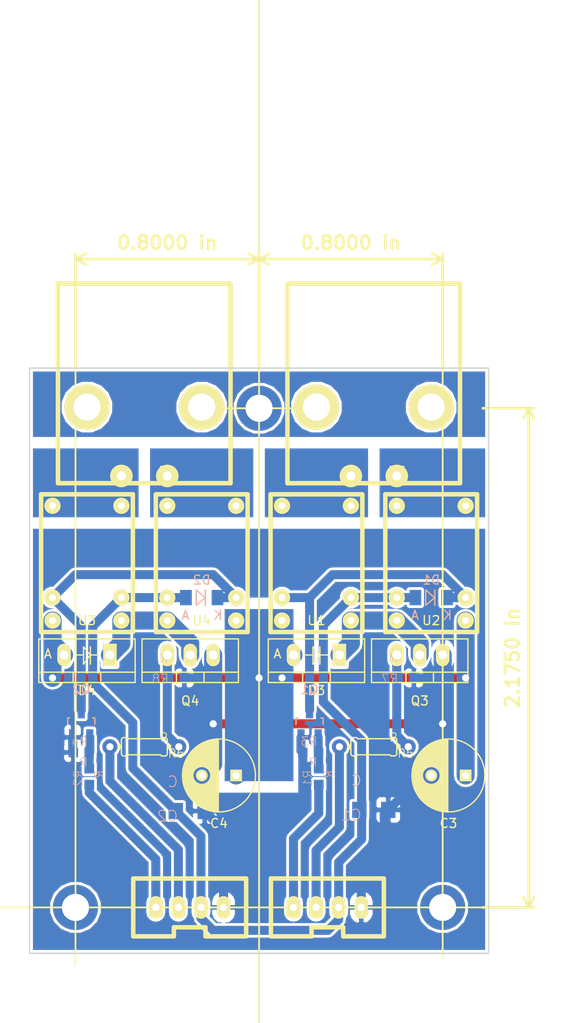
<source format=kicad_pcb>
(kicad_pcb (version 4) (host pcbnew 4.0.1-stable)

  (general
    (links 61)
    (no_connects 0)
    (area 149.124999 29.109999 215.645 142.340001)
    (thickness 1.6)
    (drawings 13)
    (tracks 149)
    (zones 0)
    (modules 28)
    (nets 20)
  )

  (page A4)
  (layers
    (0 F.Cu signal)
    (31 B.Cu signal)
    (32 B.Adhes user)
    (33 F.Adhes user)
    (34 B.Paste user)
    (35 F.Paste user)
    (36 B.SilkS user)
    (37 F.SilkS user)
    (38 B.Mask user)
    (39 F.Mask user)
    (40 Dwgs.User user)
    (41 Cmts.User user)
    (42 Eco1.User user)
    (43 Eco2.User user)
    (44 Edge.Cuts user)
    (45 Margin user)
    (46 B.CrtYd user)
    (47 F.CrtYd user)
    (48 B.Fab user)
    (49 F.Fab user)
  )

  (setup
    (last_trace_width 0.25)
    (user_trace_width 0.5)
    (user_trace_width 1)
    (user_trace_width 2)
    (trace_clearance 0.2)
    (zone_clearance 0.3)
    (zone_45_only no)
    (trace_min 0.2)
    (segment_width 0.2)
    (edge_width 0.15)
    (via_size 0.6)
    (via_drill 0.4)
    (via_min_size 0.4)
    (via_min_drill 0.3)
    (user_via 1.8 0.8)
    (user_via 5 3)
    (uvia_size 0.3)
    (uvia_drill 0.1)
    (uvias_allowed no)
    (uvia_min_size 0.2)
    (uvia_min_drill 0.1)
    (pcb_text_width 0.3)
    (pcb_text_size 1.5 1.5)
    (mod_edge_width 0.15)
    (mod_text_size 1 1)
    (mod_text_width 0.15)
    (pad_size 1.524 1.524)
    (pad_drill 0.762)
    (pad_to_mask_clearance 0.2)
    (aux_axis_origin 0 0)
    (visible_elements 7FFFFFFF)
    (pcbplotparams
      (layerselection 0x01000_80000000)
      (usegerberextensions false)
      (excludeedgelayer true)
      (linewidth 0.100000)
      (plotframeref false)
      (viasonmask false)
      (mode 1)
      (useauxorigin false)
      (hpglpennumber 1)
      (hpglpenspeed 20)
      (hpglpendiameter 15)
      (hpglpenoverlay 2)
      (psnegative false)
      (psa4output false)
      (plotreference true)
      (plotvalue true)
      (plotinvisibletext false)
      (padsonsilk false)
      (subtractmaskfromsilk false)
      (outputformat 1)
      (mirror false)
      (drillshape 0)
      (scaleselection 1)
      (outputdirectory ""))
  )

  (net 0 "")
  (net 1 +5V)
  (net 2 GND)
  (net 3 +BATT)
  (net 4 "Net-(P1-Pad3)")
  (net 5 "Net-(P1-Pad4)")
  (net 6 "Net-(P3-Pad1)")
  (net 7 "Net-(P3-Pad2)")
  (net 8 "Net-(Q1-PadG)")
  (net 9 "Net-(Q2-PadG)")
  (net 10 COIL0)
  (net 11 COIL1)
  (net 12 PWM_GND0)
  (net 13 PWM_GND1)
  (net 14 "Net-(P2-Pad3)")
  (net 15 "Net-(P2-Pad4)")
  (net 16 "Net-(P4-Pad1)")
  (net 17 "Net-(P4-Pad2)")
  (net 18 "Net-(Q3-PadG)")
  (net 19 "Net-(Q4-PadG)")

  (net_class Default "これは標準のネット クラスです。"
    (clearance 0.2)
    (trace_width 0.25)
    (via_dia 0.6)
    (via_drill 0.4)
    (uvia_dia 0.3)
    (uvia_drill 0.1)
    (add_net +5V)
    (add_net +BATT)
    (add_net COIL0)
    (add_net COIL1)
    (add_net GND)
    (add_net "Net-(P1-Pad3)")
    (add_net "Net-(P1-Pad4)")
    (add_net "Net-(P2-Pad3)")
    (add_net "Net-(P2-Pad4)")
    (add_net "Net-(P3-Pad1)")
    (add_net "Net-(P3-Pad2)")
    (add_net "Net-(P4-Pad1)")
    (add_net "Net-(P4-Pad2)")
    (add_net "Net-(Q1-PadG)")
    (add_net "Net-(Q2-PadG)")
    (add_net "Net-(Q3-PadG)")
    (add_net "Net-(Q4-PadG)")
    (add_net PWM_GND0)
    (add_net PWM_GND1)
  )

  (module Capacitors_ThroughHole:C_Radial_D8_L21_P3.8 (layer F.Cu) (tedit 0) (tstamp 57046368)
    (at 175.26 114.935 180)
    (descr "Radial Electrolytic Capacitor Diameter 8mm x Length 21mm, Pitch 3.8mm")
    (tags "Electrolytic Capacitor")
    (path /56FF4C19)
    (fp_text reference C4 (at 1.9 -5.3 180) (layer F.SilkS)
      (effects (font (size 1 1) (thickness 0.15)))
    )
    (fp_text value C (at 1.9 5.3 180) (layer F.Fab)
      (effects (font (size 1 1) (thickness 0.15)))
    )
    (fp_line (start 1.975 -3.999) (end 1.975 3.999) (layer F.SilkS) (width 0.15))
    (fp_line (start 2.115 -3.994) (end 2.115 3.994) (layer F.SilkS) (width 0.15))
    (fp_line (start 2.255 -3.984) (end 2.255 3.984) (layer F.SilkS) (width 0.15))
    (fp_line (start 2.395 -3.969) (end 2.395 3.969) (layer F.SilkS) (width 0.15))
    (fp_line (start 2.535 -3.949) (end 2.535 3.949) (layer F.SilkS) (width 0.15))
    (fp_line (start 2.675 -3.924) (end 2.675 3.924) (layer F.SilkS) (width 0.15))
    (fp_line (start 2.815 -3.894) (end 2.815 -0.173) (layer F.SilkS) (width 0.15))
    (fp_line (start 2.815 0.173) (end 2.815 3.894) (layer F.SilkS) (width 0.15))
    (fp_line (start 2.955 -3.858) (end 2.955 -0.535) (layer F.SilkS) (width 0.15))
    (fp_line (start 2.955 0.535) (end 2.955 3.858) (layer F.SilkS) (width 0.15))
    (fp_line (start 3.095 -3.817) (end 3.095 -0.709) (layer F.SilkS) (width 0.15))
    (fp_line (start 3.095 0.709) (end 3.095 3.817) (layer F.SilkS) (width 0.15))
    (fp_line (start 3.235 -3.771) (end 3.235 -0.825) (layer F.SilkS) (width 0.15))
    (fp_line (start 3.235 0.825) (end 3.235 3.771) (layer F.SilkS) (width 0.15))
    (fp_line (start 3.375 -3.718) (end 3.375 -0.905) (layer F.SilkS) (width 0.15))
    (fp_line (start 3.375 0.905) (end 3.375 3.718) (layer F.SilkS) (width 0.15))
    (fp_line (start 3.515 -3.659) (end 3.515 -0.959) (layer F.SilkS) (width 0.15))
    (fp_line (start 3.515 0.959) (end 3.515 3.659) (layer F.SilkS) (width 0.15))
    (fp_line (start 3.655 -3.594) (end 3.655 -0.989) (layer F.SilkS) (width 0.15))
    (fp_line (start 3.655 0.989) (end 3.655 3.594) (layer F.SilkS) (width 0.15))
    (fp_line (start 3.795 -3.523) (end 3.795 -1) (layer F.SilkS) (width 0.15))
    (fp_line (start 3.795 1) (end 3.795 3.523) (layer F.SilkS) (width 0.15))
    (fp_line (start 3.935 -3.444) (end 3.935 -0.991) (layer F.SilkS) (width 0.15))
    (fp_line (start 3.935 0.991) (end 3.935 3.444) (layer F.SilkS) (width 0.15))
    (fp_line (start 4.075 -3.357) (end 4.075 -0.961) (layer F.SilkS) (width 0.15))
    (fp_line (start 4.075 0.961) (end 4.075 3.357) (layer F.SilkS) (width 0.15))
    (fp_line (start 4.215 -3.262) (end 4.215 -0.91) (layer F.SilkS) (width 0.15))
    (fp_line (start 4.215 0.91) (end 4.215 3.262) (layer F.SilkS) (width 0.15))
    (fp_line (start 4.355 -3.158) (end 4.355 -0.832) (layer F.SilkS) (width 0.15))
    (fp_line (start 4.355 0.832) (end 4.355 3.158) (layer F.SilkS) (width 0.15))
    (fp_line (start 4.495 -3.044) (end 4.495 -0.719) (layer F.SilkS) (width 0.15))
    (fp_line (start 4.495 0.719) (end 4.495 3.044) (layer F.SilkS) (width 0.15))
    (fp_line (start 4.635 -2.919) (end 4.635 -0.55) (layer F.SilkS) (width 0.15))
    (fp_line (start 4.635 0.55) (end 4.635 2.919) (layer F.SilkS) (width 0.15))
    (fp_line (start 4.775 -2.781) (end 4.775 -0.222) (layer F.SilkS) (width 0.15))
    (fp_line (start 4.775 0.222) (end 4.775 2.781) (layer F.SilkS) (width 0.15))
    (fp_line (start 4.915 -2.629) (end 4.915 2.629) (layer F.SilkS) (width 0.15))
    (fp_line (start 5.055 -2.459) (end 5.055 2.459) (layer F.SilkS) (width 0.15))
    (fp_line (start 5.195 -2.268) (end 5.195 2.268) (layer F.SilkS) (width 0.15))
    (fp_line (start 5.335 -2.05) (end 5.335 2.05) (layer F.SilkS) (width 0.15))
    (fp_line (start 5.475 -1.794) (end 5.475 1.794) (layer F.SilkS) (width 0.15))
    (fp_line (start 5.615 -1.483) (end 5.615 1.483) (layer F.SilkS) (width 0.15))
    (fp_line (start 5.755 -1.067) (end 5.755 1.067) (layer F.SilkS) (width 0.15))
    (fp_line (start 5.895 -0.2) (end 5.895 0.2) (layer F.SilkS) (width 0.15))
    (fp_circle (center 3.8 0) (end 3.8 -1) (layer F.SilkS) (width 0.15))
    (fp_circle (center 1.9 0) (end 1.9 -4.0375) (layer F.SilkS) (width 0.15))
    (fp_circle (center 1.9 0) (end 1.9 -4.3) (layer F.CrtYd) (width 0.05))
    (pad 1 thru_hole rect (at 0 0 180) (size 1.3 1.3) (drill 0.8) (layers *.Cu *.Mask F.SilkS)
      (net 3 +BATT))
    (pad 2 thru_hole circle (at 3.8 0 180) (size 1.3 1.3) (drill 0.8) (layers *.Cu *.Mask F.SilkS)
      (net 2 GND))
    (model Capacitors_ThroughHole.3dshapes/C_Radial_D8_L21_P3.8.wrl
      (at (xyz 0.0748031 0 0))
      (scale (xyz 1 1 1))
      (rotate (xyz 0 0 90))
    )
  )

  (module Capacitors_ThroughHole:C_Radial_D8_L21_P3.8 (layer F.Cu) (tedit 0) (tstamp 57046362)
    (at 200.66 114.935 180)
    (descr "Radial Electrolytic Capacitor Diameter 8mm x Length 21mm, Pitch 3.8mm")
    (tags "Electrolytic Capacitor")
    (path /56FA60F1)
    (fp_text reference C3 (at 1.9 -5.3 180) (layer F.SilkS)
      (effects (font (size 1 1) (thickness 0.15)))
    )
    (fp_text value C (at 1.9 5.3 180) (layer F.Fab)
      (effects (font (size 1 1) (thickness 0.15)))
    )
    (fp_line (start 1.975 -3.999) (end 1.975 3.999) (layer F.SilkS) (width 0.15))
    (fp_line (start 2.115 -3.994) (end 2.115 3.994) (layer F.SilkS) (width 0.15))
    (fp_line (start 2.255 -3.984) (end 2.255 3.984) (layer F.SilkS) (width 0.15))
    (fp_line (start 2.395 -3.969) (end 2.395 3.969) (layer F.SilkS) (width 0.15))
    (fp_line (start 2.535 -3.949) (end 2.535 3.949) (layer F.SilkS) (width 0.15))
    (fp_line (start 2.675 -3.924) (end 2.675 3.924) (layer F.SilkS) (width 0.15))
    (fp_line (start 2.815 -3.894) (end 2.815 -0.173) (layer F.SilkS) (width 0.15))
    (fp_line (start 2.815 0.173) (end 2.815 3.894) (layer F.SilkS) (width 0.15))
    (fp_line (start 2.955 -3.858) (end 2.955 -0.535) (layer F.SilkS) (width 0.15))
    (fp_line (start 2.955 0.535) (end 2.955 3.858) (layer F.SilkS) (width 0.15))
    (fp_line (start 3.095 -3.817) (end 3.095 -0.709) (layer F.SilkS) (width 0.15))
    (fp_line (start 3.095 0.709) (end 3.095 3.817) (layer F.SilkS) (width 0.15))
    (fp_line (start 3.235 -3.771) (end 3.235 -0.825) (layer F.SilkS) (width 0.15))
    (fp_line (start 3.235 0.825) (end 3.235 3.771) (layer F.SilkS) (width 0.15))
    (fp_line (start 3.375 -3.718) (end 3.375 -0.905) (layer F.SilkS) (width 0.15))
    (fp_line (start 3.375 0.905) (end 3.375 3.718) (layer F.SilkS) (width 0.15))
    (fp_line (start 3.515 -3.659) (end 3.515 -0.959) (layer F.SilkS) (width 0.15))
    (fp_line (start 3.515 0.959) (end 3.515 3.659) (layer F.SilkS) (width 0.15))
    (fp_line (start 3.655 -3.594) (end 3.655 -0.989) (layer F.SilkS) (width 0.15))
    (fp_line (start 3.655 0.989) (end 3.655 3.594) (layer F.SilkS) (width 0.15))
    (fp_line (start 3.795 -3.523) (end 3.795 -1) (layer F.SilkS) (width 0.15))
    (fp_line (start 3.795 1) (end 3.795 3.523) (layer F.SilkS) (width 0.15))
    (fp_line (start 3.935 -3.444) (end 3.935 -0.991) (layer F.SilkS) (width 0.15))
    (fp_line (start 3.935 0.991) (end 3.935 3.444) (layer F.SilkS) (width 0.15))
    (fp_line (start 4.075 -3.357) (end 4.075 -0.961) (layer F.SilkS) (width 0.15))
    (fp_line (start 4.075 0.961) (end 4.075 3.357) (layer F.SilkS) (width 0.15))
    (fp_line (start 4.215 -3.262) (end 4.215 -0.91) (layer F.SilkS) (width 0.15))
    (fp_line (start 4.215 0.91) (end 4.215 3.262) (layer F.SilkS) (width 0.15))
    (fp_line (start 4.355 -3.158) (end 4.355 -0.832) (layer F.SilkS) (width 0.15))
    (fp_line (start 4.355 0.832) (end 4.355 3.158) (layer F.SilkS) (width 0.15))
    (fp_line (start 4.495 -3.044) (end 4.495 -0.719) (layer F.SilkS) (width 0.15))
    (fp_line (start 4.495 0.719) (end 4.495 3.044) (layer F.SilkS) (width 0.15))
    (fp_line (start 4.635 -2.919) (end 4.635 -0.55) (layer F.SilkS) (width 0.15))
    (fp_line (start 4.635 0.55) (end 4.635 2.919) (layer F.SilkS) (width 0.15))
    (fp_line (start 4.775 -2.781) (end 4.775 -0.222) (layer F.SilkS) (width 0.15))
    (fp_line (start 4.775 0.222) (end 4.775 2.781) (layer F.SilkS) (width 0.15))
    (fp_line (start 4.915 -2.629) (end 4.915 2.629) (layer F.SilkS) (width 0.15))
    (fp_line (start 5.055 -2.459) (end 5.055 2.459) (layer F.SilkS) (width 0.15))
    (fp_line (start 5.195 -2.268) (end 5.195 2.268) (layer F.SilkS) (width 0.15))
    (fp_line (start 5.335 -2.05) (end 5.335 2.05) (layer F.SilkS) (width 0.15))
    (fp_line (start 5.475 -1.794) (end 5.475 1.794) (layer F.SilkS) (width 0.15))
    (fp_line (start 5.615 -1.483) (end 5.615 1.483) (layer F.SilkS) (width 0.15))
    (fp_line (start 5.755 -1.067) (end 5.755 1.067) (layer F.SilkS) (width 0.15))
    (fp_line (start 5.895 -0.2) (end 5.895 0.2) (layer F.SilkS) (width 0.15))
    (fp_circle (center 3.8 0) (end 3.8 -1) (layer F.SilkS) (width 0.15))
    (fp_circle (center 1.9 0) (end 1.9 -4.0375) (layer F.SilkS) (width 0.15))
    (fp_circle (center 1.9 0) (end 1.9 -4.3) (layer F.CrtYd) (width 0.05))
    (pad 1 thru_hole rect (at 0 0 180) (size 1.3 1.3) (drill 0.8) (layers *.Cu *.Mask F.SilkS)
      (net 3 +BATT))
    (pad 2 thru_hole circle (at 3.8 0 180) (size 1.3 1.3) (drill 0.8) (layers *.Cu *.Mask F.SilkS)
      (net 2 GND))
    (model Capacitors_ThroughHole.3dshapes/C_Radial_D8_L21_P3.8.wrl
      (at (xyz 0.0748031 0 0))
      (scale (xyz 1 1 1))
      (rotate (xyz 0 0 90))
    )
  )

  (module TO_SOT_Packages_SMD:SOT-23_Handsoldering (layer B.Cu) (tedit 56FA59B0) (tstamp 56FB7A5E)
    (at 183.388 109.22 180)
    (descr "SOT-23, Handsoldering")
    (tags SOT-23)
    (path /56FA5737)
    (attr smd)
    (fp_text reference Q1 (at 0 3.81 180) (layer B.SilkS)
      (effects (font (size 1 1) (thickness 0.15)) (justify mirror))
    )
    (fp_text value MOS_N (at 0 -3.81 180) (layer B.Fab)
      (effects (font (size 1 1) (thickness 0.15)) (justify mirror))
    )
    (fp_line (start -1.49982 -0.0508) (end -1.49982 0.65024) (layer B.SilkS) (width 0.15))
    (fp_line (start -1.49982 0.65024) (end -1.2509 0.65024) (layer B.SilkS) (width 0.15))
    (fp_line (start 1.29916 0.65024) (end 1.49982 0.65024) (layer B.SilkS) (width 0.15))
    (fp_line (start 1.49982 0.65024) (end 1.49982 -0.0508) (layer B.SilkS) (width 0.15))
    (pad G smd rect (at -0.95 -1.50114 180) (size 0.8001 1.80086) (layers B.Cu B.Paste B.Mask)
      (net 8 "Net-(Q1-PadG)"))
    (pad S smd rect (at 0.95 -1.50114 180) (size 0.8001 1.80086) (layers B.Cu B.Paste B.Mask)
      (net 2 GND))
    (pad D smd rect (at 0 1.50114 180) (size 0.8001 1.80086) (layers B.Cu B.Paste B.Mask)
      (net 10 COIL0))
    (model TO_SOT_Packages_SMD.3dshapes/SOT-23_Handsoldering.wrl
      (at (xyz 0 0 0))
      (scale (xyz 1 1 1))
      (rotate (xyz 0 0 0))
    )
  )

  (module Diodes_SMD:MiniMELF_Standard (layer B.Cu) (tedit 55364937) (tstamp 56FB800D)
    (at 196.85 95.25 180)
    (descr "Diode Mini-MELF Standard")
    (tags "Diode Mini-MELF Standard")
    (path /56FA5C5A)
    (attr smd)
    (fp_text reference D1 (at 0 1.95 180) (layer B.SilkS)
      (effects (font (size 1 1) (thickness 0.15)) (justify mirror))
    )
    (fp_text value DIODE (at 0 -3.81 180) (layer B.Fab)
      (effects (font (size 1 1) (thickness 0.15)) (justify mirror))
    )
    (fp_line (start -2.55 1) (end 2.55 1) (layer B.CrtYd) (width 0.05))
    (fp_line (start 2.55 1) (end 2.55 -1) (layer B.CrtYd) (width 0.05))
    (fp_line (start 2.55 -1) (end -2.55 -1) (layer B.CrtYd) (width 0.05))
    (fp_line (start -2.55 -1) (end -2.55 1) (layer B.CrtYd) (width 0.05))
    (fp_line (start -0.40024 -0.0508) (end 0.60052 0.85) (layer B.SilkS) (width 0.15))
    (fp_line (start 0.60052 0.85) (end 0.60052 -0.85) (layer B.SilkS) (width 0.15))
    (fp_line (start 0.60052 -0.85) (end -0.40024 0) (layer B.SilkS) (width 0.15))
    (fp_line (start -0.40024 0.85) (end -0.40024 -0.85) (layer B.SilkS) (width 0.15))
    (fp_text user K (at -1.8 -1.95 180) (layer B.SilkS)
      (effects (font (size 1 1) (thickness 0.15)) (justify mirror))
    )
    (fp_text user A (at 1.8 -1.95 180) (layer B.SilkS)
      (effects (font (size 1 1) (thickness 0.15)) (justify mirror))
    )
    (fp_circle (center 0 0) (end 0 -0.55118) (layer B.Adhes) (width 0.381))
    (fp_circle (center 0 0) (end 0 -0.20066) (layer B.Adhes) (width 0.381))
    (pad 1 smd rect (at -1.75006 0 180) (size 1.30048 1.69926) (layers B.Cu B.Paste B.Mask)
      (net 10 COIL0))
    (pad 2 smd rect (at 1.75006 0 180) (size 1.30048 1.69926) (layers B.Cu B.Paste B.Mask)
      (net 1 +5V))
    (model Diodes_SMD.3dshapes/MiniMELF_Standard.wrl
      (at (xyz 0 0 0))
      (scale (xyz 0.3937 0.3937 0.3937))
      (rotate (xyz 0 0 0))
    )
  )

  (module RP_KiCAD_Connector:D-3200S_2 (layer F.Cu) (tedit 56FB82FA) (tstamp 56FB8A3D)
    (at 193.04 81.788 180)
    (path /56FA537F)
    (fp_text reference P3 (at 0 0.5 180) (layer F.SilkS)
      (effects (font (size 1 1) (thickness 0.15)))
    )
    (fp_text value CONN_2 (at 0 -0.5 180) (layer F.Fab)
      (effects (font (size 1 1) (thickness 0.15)))
    )
    (fp_line (start -7 -0.8) (end 12.1 -0.8) (layer F.SilkS) (width 0.5))
    (fp_line (start 12.1 -0.8) (end 12.1 21.3) (layer F.SilkS) (width 0.5))
    (fp_line (start 12.1 21.3) (end -7 21.3) (layer F.SilkS) (width 0.5))
    (fp_line (start -7 -0.8) (end -7 21.3) (layer F.SilkS) (width 0.5))
    (pad 1 thru_hole circle (at 0 0 180) (size 2.5 2.5) (drill 1) (layers *.Cu *.Mask F.SilkS)
      (net 6 "Net-(P3-Pad1)"))
    (pad 2 thru_hole circle (at 5.08 0 180) (size 2.5 2.5) (drill 1) (layers *.Cu *.Mask F.SilkS)
      (net 7 "Net-(P3-Pad2)"))
    (pad "" thru_hole circle (at -3.81 7.62 180) (size 5 5) (drill 3) (layers *.Cu *.Mask F.SilkS))
    (pad "" thru_hole circle (at 8.89 7.62 180) (size 5 5) (drill 3) (layers *.Cu *.Mask F.SilkS))
    (model conn_D3200/D-3200S_2.wrl
      (at (xyz 0.1 -0.19 0.24))
      (scale (xyz 4 -4 4))
      (rotate (xyz -90 0 0))
    )
  )

  (module Relays_ThroughHole:HSIN_946 (layer F.Cu) (tedit 56FB6E8C) (tstamp 56FB7A95)
    (at 180.34 85.09)
    (path /56FA5323)
    (fp_text reference U1 (at 3.81 12.7) (layer F.SilkS)
      (effects (font (size 1 1) (thickness 0.15)))
    )
    (fp_text value HSIN_946 (at 0 5.08 90) (layer F.Fab)
      (effects (font (size 1 1) (thickness 0.15)))
    )
    (fp_line (start -1.27 -1.27) (end 8.89 -1.27) (layer F.SilkS) (width 0.5))
    (fp_line (start 8.89 -1.27) (end 8.89 13.97) (layer F.SilkS) (width 0.5))
    (fp_line (start 8.89 13.97) (end -1.27 13.97) (layer F.SilkS) (width 0.5))
    (fp_line (start -1.27 13.97) (end -1.27 -1.27) (layer F.SilkS) (width 0.5))
    (pad 1 thru_hole circle (at 0 0) (size 1.8 1.8) (drill 0.762) (layers *.Cu *.Mask F.SilkS)
      (net 7 "Net-(P3-Pad2)"))
    (pad 1 thru_hole circle (at 7.62 0) (size 1.8 1.8) (drill 0.762) (layers *.Cu *.Mask F.SilkS)
      (net 7 "Net-(P3-Pad2)"))
    (pad 2 thru_hole circle (at 0 10.16) (size 1.8 1.8) (drill 0.762) (layers *.Cu *.Mask F.SilkS)
      (net 10 COIL0))
    (pad 3 thru_hole circle (at 0 12.7) (size 1.8 1.8) (drill 0.762) (layers *.Cu *.Mask F.SilkS)
      (net 3 +BATT))
    (pad 5 thru_hole circle (at 7.62 10.16) (size 1.8 1.8) (drill 0.762) (layers *.Cu *.Mask F.SilkS)
      (net 1 +5V))
    (pad 4 thru_hole circle (at 7.62 12.7) (size 1.8 1.8) (drill 0.762) (layers *.Cu *.Mask F.SilkS)
      (net 12 PWM_GND0))
    (model Relays_ThroughHole.3dshapes/G5V.wrl
      (at (xyz 0.3 -0.5 0))
      (scale (xyz 5 5 6))
      (rotate (xyz -90 0 -90))
    )
  )

  (module Relays_ThroughHole:HSIN_946 (layer F.Cu) (tedit 56FB6E8C) (tstamp 56FB7AA3)
    (at 193.04 85.09)
    (path /56FA533A)
    (fp_text reference U2 (at 3.81 12.7) (layer F.SilkS)
      (effects (font (size 1 1) (thickness 0.15)))
    )
    (fp_text value HSIN_946 (at 0 5.08 90) (layer F.Fab)
      (effects (font (size 1 1) (thickness 0.15)))
    )
    (fp_line (start -1.27 -1.27) (end 8.89 -1.27) (layer F.SilkS) (width 0.5))
    (fp_line (start 8.89 -1.27) (end 8.89 13.97) (layer F.SilkS) (width 0.5))
    (fp_line (start 8.89 13.97) (end -1.27 13.97) (layer F.SilkS) (width 0.5))
    (fp_line (start -1.27 13.97) (end -1.27 -1.27) (layer F.SilkS) (width 0.5))
    (pad 1 thru_hole circle (at 0 0) (size 1.8 1.8) (drill 0.762) (layers *.Cu *.Mask F.SilkS)
      (net 6 "Net-(P3-Pad1)"))
    (pad 1 thru_hole circle (at 7.62 0) (size 1.8 1.8) (drill 0.762) (layers *.Cu *.Mask F.SilkS)
      (net 6 "Net-(P3-Pad1)"))
    (pad 2 thru_hole circle (at 0 10.16) (size 1.8 1.8) (drill 0.762) (layers *.Cu *.Mask F.SilkS)
      (net 1 +5V))
    (pad 3 thru_hole circle (at 0 12.7) (size 1.8 1.8) (drill 0.762) (layers *.Cu *.Mask F.SilkS)
      (net 12 PWM_GND0))
    (pad 5 thru_hole circle (at 7.62 10.16) (size 1.8 1.8) (drill 0.762) (layers *.Cu *.Mask F.SilkS)
      (net 10 COIL0))
    (pad 4 thru_hole circle (at 7.62 12.7) (size 1.8 1.8) (drill 0.762) (layers *.Cu *.Mask F.SilkS)
      (net 3 +BATT))
    (model Relays_ThroughHole.3dshapes/G5V.wrl
      (at (xyz 0.3 -0.5 0))
      (scale (xyz 5 5 6))
      (rotate (xyz -90 0 -90))
    )
  )

  (module RP_KiCAD_Libs:C0603K (layer B.Cu) (tedit 0) (tstamp 56FBA97C)
    (at 184.404 115.062 270)
    (descr "<b>Ceramic Chip Capacitor KEMET 0603 reflow solder</b><p>\nMetric Code Size 1608")
    (path /56FB9739)
    (fp_text reference R1 (at -0.8 0.65 270) (layer B.SilkS)
      (effects (font (size 0.9652 0.9652) (thickness 0.08128)) (justify left bottom mirror))
    )
    (fp_text value R (at -0.8 -1.65 270) (layer B.SilkS)
      (effects (font (size 0.9652 0.9652) (thickness 0.08128)) (justify left bottom mirror))
    )
    (fp_line (start -0.725 0.35) (end 0.725 0.35) (layer Dwgs.User) (width 0.1016))
    (fp_line (start 0.725 -0.35) (end -0.725 -0.35) (layer Dwgs.User) (width 0.1016))
    (fp_poly (pts (xy -0.8 -0.4) (xy -0.45 -0.4) (xy -0.45 0.4) (xy -0.8 0.4)) (layer Dwgs.User) (width 0))
    (fp_poly (pts (xy 0.45 -0.4) (xy 0.8 -0.4) (xy 0.8 0.4) (xy 0.45 0.4)) (layer Dwgs.User) (width 0))
    (pad 1 smd rect (at -0.875 0 270) (size 1.05 1.08) (layers B.Cu B.Paste B.Mask)
      (net 8 "Net-(Q1-PadG)"))
    (pad 2 smd rect (at 0.875 0 270) (size 1.05 1.08) (layers B.Cu B.Paste B.Mask)
      (net 5 "Net-(P1-Pad4)"))
    (model Resistors_SMD.3dshapes/R_0603.wrl
      (at (xyz 0 0 0))
      (scale (xyz 1 1 1))
      (rotate (xyz 0 0 0))
    )
  )

  (module RP_KiCAD_Libs:C0603K (layer B.Cu) (tedit 0) (tstamp 56FBA981)
    (at 159.004 115.062 270)
    (descr "<b>Ceramic Chip Capacitor KEMET 0603 reflow solder</b><p>\nMetric Code Size 1608")
    (path /56FF4C93)
    (fp_text reference R2 (at -0.8 0.65 270) (layer B.SilkS)
      (effects (font (size 0.9652 0.9652) (thickness 0.08128)) (justify left bottom mirror))
    )
    (fp_text value R (at -0.8 -1.65 270) (layer B.SilkS)
      (effects (font (size 0.9652 0.9652) (thickness 0.08128)) (justify left bottom mirror))
    )
    (fp_line (start -0.725 0.35) (end 0.725 0.35) (layer Dwgs.User) (width 0.1016))
    (fp_line (start 0.725 -0.35) (end -0.725 -0.35) (layer Dwgs.User) (width 0.1016))
    (fp_poly (pts (xy -0.8 -0.4) (xy -0.45 -0.4) (xy -0.45 0.4) (xy -0.8 0.4)) (layer Dwgs.User) (width 0))
    (fp_poly (pts (xy 0.45 -0.4) (xy 0.8 -0.4) (xy 0.8 0.4) (xy 0.45 0.4)) (layer Dwgs.User) (width 0))
    (pad 1 smd rect (at -0.875 0 270) (size 1.05 1.08) (layers B.Cu B.Paste B.Mask)
      (net 9 "Net-(Q2-PadG)"))
    (pad 2 smd rect (at 0.875 0 270) (size 1.05 1.08) (layers B.Cu B.Paste B.Mask)
      (net 15 "Net-(P2-Pad4)"))
    (model Resistors_SMD.3dshapes/R_0603.wrl
      (at (xyz 0 0 0))
      (scale (xyz 1 1 1))
      (rotate (xyz 0 0 0))
    )
  )

  (module RP_KiCAD_Libs:C0603K (layer B.Cu) (tedit 0) (tstamp 56FBA986)
    (at 158.115 112.395 180)
    (descr "<b>Ceramic Chip Capacitor KEMET 0603 reflow solder</b><p>\nMetric Code Size 1608")
    (path /56FF4C8D)
    (fp_text reference R4 (at -0.8 0.65 180) (layer B.SilkS)
      (effects (font (size 0.9652 0.9652) (thickness 0.08128)) (justify left bottom mirror))
    )
    (fp_text value R (at -0.8 -1.65 180) (layer B.SilkS)
      (effects (font (size 0.9652 0.9652) (thickness 0.08128)) (justify left bottom mirror))
    )
    (fp_line (start -0.725 0.35) (end 0.725 0.35) (layer Dwgs.User) (width 0.1016))
    (fp_line (start 0.725 -0.35) (end -0.725 -0.35) (layer Dwgs.User) (width 0.1016))
    (fp_poly (pts (xy -0.8 -0.4) (xy -0.45 -0.4) (xy -0.45 0.4) (xy -0.8 0.4)) (layer Dwgs.User) (width 0))
    (fp_poly (pts (xy 0.45 -0.4) (xy 0.8 -0.4) (xy 0.8 0.4) (xy 0.45 0.4)) (layer Dwgs.User) (width 0))
    (pad 1 smd rect (at -0.875 0 180) (size 1.05 1.08) (layers B.Cu B.Paste B.Mask)
      (net 9 "Net-(Q2-PadG)"))
    (pad 2 smd rect (at 0.875 0 180) (size 1.05 1.08) (layers B.Cu B.Paste B.Mask)
      (net 2 GND))
    (model Resistors_SMD.3dshapes/R_0603.wrl
      (at (xyz 0 0 0))
      (scale (xyz 1 1 1))
      (rotate (xyz 0 0 0))
    )
  )

  (module Diodes_ThroughHole:Diode_TO-220_Vertical (layer F.Cu) (tedit 5538AE5F) (tstamp 5704636E)
    (at 186.69 101.6 180)
    (descr "TO-220, Diode, Vertical,")
    (tags "TO-220, Diode, Vertical,")
    (path /56FA5CFB)
    (fp_text reference D3 (at 2.54762 -3.92938 180) (layer F.SilkS)
      (effects (font (size 1 1) (thickness 0.15)))
    )
    (fp_text value DIODE (at 2.0701 2.7051 180) (layer F.Fab)
      (effects (font (size 1 1) (thickness 0.15)))
    )
    (fp_text user A (at 6.858 0.127 180) (layer F.SilkS)
      (effects (font (size 1 1) (thickness 0.15)))
    )
    (fp_line (start 2.159 0) (end 1.27 0) (layer F.SilkS) (width 0.15))
    (fp_line (start 3.048 0) (end 3.81 0) (layer F.SilkS) (width 0.15))
    (fp_line (start 2.159 0) (end 2.921 -1.016) (layer F.SilkS) (width 0.15))
    (fp_line (start 2.921 -1.016) (end 2.921 0.889) (layer F.SilkS) (width 0.15))
    (fp_line (start 2.921 0.889) (end 2.159 0) (layer F.SilkS) (width 0.15))
    (fp_line (start 2.159 -1.016) (end 2.159 0.889) (layer F.SilkS) (width 0.15))
    (fp_line (start 1.016 -3.048) (end 1.016 -1.905) (layer F.SilkS) (width 0.15))
    (fp_line (start 4.064 -3.048) (end 4.064 -1.905) (layer F.SilkS) (width 0.15))
    (fp_line (start 7.874 -1.905) (end 7.874 1.778) (layer F.SilkS) (width 0.15))
    (fp_line (start 7.874 1.778) (end -2.794 1.778) (layer F.SilkS) (width 0.15))
    (fp_line (start -2.794 1.778) (end -2.794 -1.905) (layer F.SilkS) (width 0.15))
    (fp_line (start 7.874 -3.048) (end 7.874 -1.905) (layer F.SilkS) (width 0.15))
    (fp_line (start 7.874 -1.905) (end -2.794 -1.905) (layer F.SilkS) (width 0.15))
    (fp_line (start -2.794 -1.905) (end -2.794 -3.048) (layer F.SilkS) (width 0.15))
    (fp_line (start 2.54 -3.048) (end -2.794 -3.048) (layer F.SilkS) (width 0.15))
    (fp_line (start 2.54 -3.048) (end 7.874 -3.048) (layer F.SilkS) (width 0.15))
    (pad 1 thru_hole rect (at 0 0 270) (size 2.49936 1.50114) (drill 1.00076) (layers *.Cu *.Mask F.SilkS)
      (net 12 PWM_GND0))
    (pad 2 thru_hole oval (at 5.08 0 270) (size 2.49936 1.50114) (drill 1.00076) (layers *.Cu *.Mask F.SilkS)
      (net 3 +BATT))
    (model Diodes_ThroughHole.3dshapes/Diode_TO-220_Vertical.wrl
      (at (xyz 0.1 0 0))
      (scale (xyz 0.3937 0.3937 0.3937))
      (rotate (xyz 0 0 180))
    )
  )

  (module Diodes_ThroughHole:Diode_TO-220_Vertical (layer F.Cu) (tedit 5538AE5F) (tstamp 57046374)
    (at 161.29 101.6 180)
    (descr "TO-220, Diode, Vertical,")
    (tags "TO-220, Diode, Vertical,")
    (path /56FF4C49)
    (fp_text reference D4 (at 2.54762 -3.92938 180) (layer F.SilkS)
      (effects (font (size 1 1) (thickness 0.15)))
    )
    (fp_text value DIODE (at 2.0701 2.7051 180) (layer F.Fab)
      (effects (font (size 1 1) (thickness 0.15)))
    )
    (fp_text user A (at 6.858 0.127 180) (layer F.SilkS)
      (effects (font (size 1 1) (thickness 0.15)))
    )
    (fp_line (start 2.159 0) (end 1.27 0) (layer F.SilkS) (width 0.15))
    (fp_line (start 3.048 0) (end 3.81 0) (layer F.SilkS) (width 0.15))
    (fp_line (start 2.159 0) (end 2.921 -1.016) (layer F.SilkS) (width 0.15))
    (fp_line (start 2.921 -1.016) (end 2.921 0.889) (layer F.SilkS) (width 0.15))
    (fp_line (start 2.921 0.889) (end 2.159 0) (layer F.SilkS) (width 0.15))
    (fp_line (start 2.159 -1.016) (end 2.159 0.889) (layer F.SilkS) (width 0.15))
    (fp_line (start 1.016 -3.048) (end 1.016 -1.905) (layer F.SilkS) (width 0.15))
    (fp_line (start 4.064 -3.048) (end 4.064 -1.905) (layer F.SilkS) (width 0.15))
    (fp_line (start 7.874 -1.905) (end 7.874 1.778) (layer F.SilkS) (width 0.15))
    (fp_line (start 7.874 1.778) (end -2.794 1.778) (layer F.SilkS) (width 0.15))
    (fp_line (start -2.794 1.778) (end -2.794 -1.905) (layer F.SilkS) (width 0.15))
    (fp_line (start 7.874 -3.048) (end 7.874 -1.905) (layer F.SilkS) (width 0.15))
    (fp_line (start 7.874 -1.905) (end -2.794 -1.905) (layer F.SilkS) (width 0.15))
    (fp_line (start -2.794 -1.905) (end -2.794 -3.048) (layer F.SilkS) (width 0.15))
    (fp_line (start 2.54 -3.048) (end -2.794 -3.048) (layer F.SilkS) (width 0.15))
    (fp_line (start 2.54 -3.048) (end 7.874 -3.048) (layer F.SilkS) (width 0.15))
    (pad 1 thru_hole rect (at 0 0 270) (size 2.49936 1.50114) (drill 1.00076) (layers *.Cu *.Mask F.SilkS)
      (net 13 PWM_GND1))
    (pad 2 thru_hole oval (at 5.08 0 270) (size 2.49936 1.50114) (drill 1.00076) (layers *.Cu *.Mask F.SilkS)
      (net 3 +BATT))
    (model Diodes_ThroughHole.3dshapes/Diode_TO-220_Vertical.wrl
      (at (xyz 0.1 0 0))
      (scale (xyz 0.3937 0.3937 0.3937))
      (rotate (xyz 0 0 180))
    )
  )

  (module RP_KiCAD_Connector:D-3200S_2 (layer F.Cu) (tedit 56FB82FA) (tstamp 57046388)
    (at 167.64 81.788 180)
    (path /56FF4CB6)
    (fp_text reference P4 (at 0 0.5 180) (layer F.SilkS)
      (effects (font (size 1 1) (thickness 0.15)))
    )
    (fp_text value CONN_2 (at 0 -0.5 180) (layer F.Fab)
      (effects (font (size 1 1) (thickness 0.15)))
    )
    (fp_line (start -7 -0.8) (end 12.1 -0.8) (layer F.SilkS) (width 0.5))
    (fp_line (start 12.1 -0.8) (end 12.1 21.3) (layer F.SilkS) (width 0.5))
    (fp_line (start 12.1 21.3) (end -7 21.3) (layer F.SilkS) (width 0.5))
    (fp_line (start -7 -0.8) (end -7 21.3) (layer F.SilkS) (width 0.5))
    (pad 1 thru_hole circle (at 0 0 180) (size 2.5 2.5) (drill 1) (layers *.Cu *.Mask F.SilkS)
      (net 16 "Net-(P4-Pad1)"))
    (pad 2 thru_hole circle (at 5.08 0 180) (size 2.5 2.5) (drill 1) (layers *.Cu *.Mask F.SilkS)
      (net 17 "Net-(P4-Pad2)"))
    (pad "" thru_hole circle (at -3.81 7.62 180) (size 5 5) (drill 3) (layers *.Cu *.Mask F.SilkS))
    (pad "" thru_hole circle (at 8.89 7.62 180) (size 5 5) (drill 3) (layers *.Cu *.Mask F.SilkS))
    (model conn_D3200/D-3200S_2.wrl
      (at (xyz 0.1 -0.19 0.24))
      (scale (xyz 4 -4 4))
      (rotate (xyz -90 0 0))
    )
  )

  (module TO_SOT_Packages_THT:TO-220_Neutral123_Vertical (layer F.Cu) (tedit 56FA5791) (tstamp 57046399)
    (at 195.58 101.6 180)
    (descr "TO-220, Neutral, Vertical,")
    (tags "TO-220, Neutral, Vertical,")
    (path /56FA56E3)
    (fp_text reference Q3 (at 0 -5.08 180) (layer F.SilkS)
      (effects (font (size 1 1) (thickness 0.15)))
    )
    (fp_text value MOS_N (at 0 3.81 180) (layer F.Fab)
      (effects (font (size 1 1) (thickness 0.15)))
    )
    (fp_line (start -1.524 -3.048) (end -1.524 -1.905) (layer F.SilkS) (width 0.15))
    (fp_line (start 1.524 -3.048) (end 1.524 -1.905) (layer F.SilkS) (width 0.15))
    (fp_line (start 5.334 -1.905) (end 5.334 1.778) (layer F.SilkS) (width 0.15))
    (fp_line (start 5.334 1.778) (end -5.334 1.778) (layer F.SilkS) (width 0.15))
    (fp_line (start -5.334 1.778) (end -5.334 -1.905) (layer F.SilkS) (width 0.15))
    (fp_line (start 5.334 -3.048) (end 5.334 -1.905) (layer F.SilkS) (width 0.15))
    (fp_line (start 5.334 -1.905) (end -5.334 -1.905) (layer F.SilkS) (width 0.15))
    (fp_line (start -5.334 -1.905) (end -5.334 -3.048) (layer F.SilkS) (width 0.15))
    (fp_line (start 0 -3.048) (end -5.334 -3.048) (layer F.SilkS) (width 0.15))
    (fp_line (start 0 -3.048) (end 5.334 -3.048) (layer F.SilkS) (width 0.15))
    (pad D thru_hole oval (at 0 0 270) (size 2.49936 1.50114) (drill 1.00076) (layers *.Cu *.Mask F.SilkS)
      (net 12 PWM_GND0))
    (pad S thru_hole oval (at -2.54 0 270) (size 2.49936 1.50114) (drill 1.00076) (layers *.Cu *.Mask F.SilkS)
      (net 2 GND))
    (pad G thru_hole oval (at 2.54 0 270) (size 2.49936 1.50114) (drill 1.00076) (layers *.Cu *.Mask F.SilkS)
      (net 18 "Net-(Q3-PadG)"))
    (model TO_SOT_Packages_THT.3dshapes/TO-220_Neutral123_Vertical.wrl
      (at (xyz 0 0 0))
      (scale (xyz 0.3937 0.3937 0.3937))
      (rotate (xyz 0 0 180))
    )
  )

  (module TO_SOT_Packages_THT:TO-220_Neutral123_Vertical (layer F.Cu) (tedit 56FA5791) (tstamp 570463AA)
    (at 170.18 101.6 180)
    (descr "TO-220, Neutral, Vertical,")
    (tags "TO-220, Neutral, Vertical,")
    (path /56FF4BFB)
    (fp_text reference Q4 (at 0 -5.08 180) (layer F.SilkS)
      (effects (font (size 1 1) (thickness 0.15)))
    )
    (fp_text value MOS_N (at 0 3.81 180) (layer F.Fab)
      (effects (font (size 1 1) (thickness 0.15)))
    )
    (fp_line (start -1.524 -3.048) (end -1.524 -1.905) (layer F.SilkS) (width 0.15))
    (fp_line (start 1.524 -3.048) (end 1.524 -1.905) (layer F.SilkS) (width 0.15))
    (fp_line (start 5.334 -1.905) (end 5.334 1.778) (layer F.SilkS) (width 0.15))
    (fp_line (start 5.334 1.778) (end -5.334 1.778) (layer F.SilkS) (width 0.15))
    (fp_line (start -5.334 1.778) (end -5.334 -1.905) (layer F.SilkS) (width 0.15))
    (fp_line (start 5.334 -3.048) (end 5.334 -1.905) (layer F.SilkS) (width 0.15))
    (fp_line (start 5.334 -1.905) (end -5.334 -1.905) (layer F.SilkS) (width 0.15))
    (fp_line (start -5.334 -1.905) (end -5.334 -3.048) (layer F.SilkS) (width 0.15))
    (fp_line (start 0 -3.048) (end -5.334 -3.048) (layer F.SilkS) (width 0.15))
    (fp_line (start 0 -3.048) (end 5.334 -3.048) (layer F.SilkS) (width 0.15))
    (pad D thru_hole oval (at 0 0 270) (size 2.49936 1.50114) (drill 1.00076) (layers *.Cu *.Mask F.SilkS)
      (net 13 PWM_GND1))
    (pad S thru_hole oval (at -2.54 0 270) (size 2.49936 1.50114) (drill 1.00076) (layers *.Cu *.Mask F.SilkS)
      (net 2 GND))
    (pad G thru_hole oval (at 2.54 0 270) (size 2.49936 1.50114) (drill 1.00076) (layers *.Cu *.Mask F.SilkS)
      (net 19 "Net-(Q4-PadG)"))
    (model TO_SOT_Packages_THT.3dshapes/TO-220_Neutral123_Vertical.wrl
      (at (xyz 0 0 0))
      (scale (xyz 0.3937 0.3937 0.3937))
      (rotate (xyz 0 0 180))
    )
  )

  (module RP_KiCAD_Libs:0204_2f7 (layer F.Cu) (tedit 0) (tstamp 570463B0)
    (at 190.5 111.76 180)
    (descr "<b>RESISTOR</b><p>\ntype 0204, grid 7.5 mm")
    (path /56FB940F)
    (fp_text reference R5 (at -2.54 -1.2954 180) (layer F.SilkS)
      (effects (font (size 0.94107 0.94107) (thickness 0.09906)) (justify left bottom))
    )
    (fp_text value R (at -1.6256 0.4826 180) (layer F.SilkS)
      (effects (font (size 0.94107 0.94107) (thickness 0.09906)) (justify left bottom))
    )
    (fp_line (start 3.81 0) (end 2.921 0) (layer Dwgs.User) (width 0.508))
    (fp_line (start -3.81 0) (end -2.921 0) (layer Dwgs.User) (width 0.508))
    (fp_arc (start -2.286 -0.762) (end -2.54 -0.762) (angle 90) (layer F.SilkS) (width 0.1524))
    (fp_arc (start -2.286 0.762) (end -2.54 0.762) (angle -90) (layer F.SilkS) (width 0.1524))
    (fp_arc (start 2.286 0.762) (end 2.286 1.016) (angle -90) (layer F.SilkS) (width 0.1524))
    (fp_arc (start 2.286 -0.762) (end 2.286 -1.016) (angle 90) (layer F.SilkS) (width 0.1524))
    (fp_line (start -2.54 0.762) (end -2.54 -0.762) (layer F.SilkS) (width 0.1524))
    (fp_line (start -2.286 -1.016) (end -1.905 -1.016) (layer F.SilkS) (width 0.1524))
    (fp_line (start -1.778 -0.889) (end -1.905 -1.016) (layer F.SilkS) (width 0.1524))
    (fp_line (start -2.286 1.016) (end -1.905 1.016) (layer F.SilkS) (width 0.1524))
    (fp_line (start -1.778 0.889) (end -1.905 1.016) (layer F.SilkS) (width 0.1524))
    (fp_line (start 1.778 -0.889) (end 1.905 -1.016) (layer F.SilkS) (width 0.1524))
    (fp_line (start 1.778 -0.889) (end -1.778 -0.889) (layer F.SilkS) (width 0.1524))
    (fp_line (start 1.778 0.889) (end 1.905 1.016) (layer F.SilkS) (width 0.1524))
    (fp_line (start 1.778 0.889) (end -1.778 0.889) (layer F.SilkS) (width 0.1524))
    (fp_line (start 2.286 -1.016) (end 1.905 -1.016) (layer F.SilkS) (width 0.1524))
    (fp_line (start 2.286 1.016) (end 1.905 1.016) (layer F.SilkS) (width 0.1524))
    (fp_line (start 2.54 0.762) (end 2.54 -0.762) (layer F.SilkS) (width 0.1524))
    (fp_poly (pts (xy 2.54 0.254) (xy 2.921 0.254) (xy 2.921 -0.254) (xy 2.54 -0.254)) (layer F.SilkS) (width 0))
    (fp_poly (pts (xy -2.921 0.254) (xy -2.54 0.254) (xy -2.54 -0.254) (xy -2.921 -0.254)) (layer F.SilkS) (width 0))
    (pad 1 thru_hole circle (at -3.81 0 180) (size 1.6764 1.6764) (drill 0.8) (layers *.Cu *.Mask)
      (net 18 "Net-(Q3-PadG)"))
    (pad 2 thru_hole circle (at 3.81 0 180) (size 1.6764 1.6764) (drill 0.8) (layers *.Cu *.Mask)
      (net 4 "Net-(P1-Pad3)"))
    (model discret/resistors/horizontal/r_h_820R.wrl
      (at (xyz 0 0 0))
      (scale (xyz 0.3 0.3 0.3))
      (rotate (xyz 0 0 0))
    )
  )

  (module RP_KiCAD_Libs:0204_2f7 (layer F.Cu) (tedit 0) (tstamp 570463B6)
    (at 165.1 111.76 180)
    (descr "<b>RESISTOR</b><p>\ntype 0204, grid 7.5 mm")
    (path /56FF4C87)
    (fp_text reference R6 (at -2.54 -1.2954 180) (layer F.SilkS)
      (effects (font (size 0.94107 0.94107) (thickness 0.09906)) (justify left bottom))
    )
    (fp_text value R (at -1.6256 0.4826 180) (layer F.SilkS)
      (effects (font (size 0.94107 0.94107) (thickness 0.09906)) (justify left bottom))
    )
    (fp_line (start 3.81 0) (end 2.921 0) (layer Dwgs.User) (width 0.508))
    (fp_line (start -3.81 0) (end -2.921 0) (layer Dwgs.User) (width 0.508))
    (fp_arc (start -2.286 -0.762) (end -2.54 -0.762) (angle 90) (layer F.SilkS) (width 0.1524))
    (fp_arc (start -2.286 0.762) (end -2.54 0.762) (angle -90) (layer F.SilkS) (width 0.1524))
    (fp_arc (start 2.286 0.762) (end 2.286 1.016) (angle -90) (layer F.SilkS) (width 0.1524))
    (fp_arc (start 2.286 -0.762) (end 2.286 -1.016) (angle 90) (layer F.SilkS) (width 0.1524))
    (fp_line (start -2.54 0.762) (end -2.54 -0.762) (layer F.SilkS) (width 0.1524))
    (fp_line (start -2.286 -1.016) (end -1.905 -1.016) (layer F.SilkS) (width 0.1524))
    (fp_line (start -1.778 -0.889) (end -1.905 -1.016) (layer F.SilkS) (width 0.1524))
    (fp_line (start -2.286 1.016) (end -1.905 1.016) (layer F.SilkS) (width 0.1524))
    (fp_line (start -1.778 0.889) (end -1.905 1.016) (layer F.SilkS) (width 0.1524))
    (fp_line (start 1.778 -0.889) (end 1.905 -1.016) (layer F.SilkS) (width 0.1524))
    (fp_line (start 1.778 -0.889) (end -1.778 -0.889) (layer F.SilkS) (width 0.1524))
    (fp_line (start 1.778 0.889) (end 1.905 1.016) (layer F.SilkS) (width 0.1524))
    (fp_line (start 1.778 0.889) (end -1.778 0.889) (layer F.SilkS) (width 0.1524))
    (fp_line (start 2.286 -1.016) (end 1.905 -1.016) (layer F.SilkS) (width 0.1524))
    (fp_line (start 2.286 1.016) (end 1.905 1.016) (layer F.SilkS) (width 0.1524))
    (fp_line (start 2.54 0.762) (end 2.54 -0.762) (layer F.SilkS) (width 0.1524))
    (fp_poly (pts (xy 2.54 0.254) (xy 2.921 0.254) (xy 2.921 -0.254) (xy 2.54 -0.254)) (layer F.SilkS) (width 0))
    (fp_poly (pts (xy -2.921 0.254) (xy -2.54 0.254) (xy -2.54 -0.254) (xy -2.921 -0.254)) (layer F.SilkS) (width 0))
    (pad 1 thru_hole circle (at -3.81 0 180) (size 1.6764 1.6764) (drill 0.8) (layers *.Cu *.Mask)
      (net 19 "Net-(Q4-PadG)"))
    (pad 2 thru_hole circle (at 3.81 0 180) (size 1.6764 1.6764) (drill 0.8) (layers *.Cu *.Mask)
      (net 14 "Net-(P2-Pad3)"))
    (model discret/resistors/horizontal/r_h_820R.wrl
      (at (xyz 0 0 0))
      (scale (xyz 0.3 0.3 0.3))
      (rotate (xyz 0 0 0))
    )
  )

  (module RP_KiCAD_Libs:C0603K (layer B.Cu) (tedit 0) (tstamp 570463BC)
    (at 194.056 104.14)
    (descr "<b>Ceramic Chip Capacitor KEMET 0603 reflow solder</b><p>\nMetric Code Size 1608")
    (path /56FB9220)
    (fp_text reference R7 (at -0.8 0.65) (layer B.SilkS)
      (effects (font (size 0.9652 0.9652) (thickness 0.08128)) (justify left bottom mirror))
    )
    (fp_text value R (at -0.8 -1.65) (layer B.SilkS)
      (effects (font (size 0.9652 0.9652) (thickness 0.08128)) (justify left bottom mirror))
    )
    (fp_line (start -0.725 0.35) (end 0.725 0.35) (layer Dwgs.User) (width 0.1016))
    (fp_line (start 0.725 -0.35) (end -0.725 -0.35) (layer Dwgs.User) (width 0.1016))
    (fp_poly (pts (xy -0.8 -0.4) (xy -0.45 -0.4) (xy -0.45 0.4) (xy -0.8 0.4)) (layer Dwgs.User) (width 0))
    (fp_poly (pts (xy 0.45 -0.4) (xy 0.8 -0.4) (xy 0.8 0.4) (xy 0.45 0.4)) (layer Dwgs.User) (width 0))
    (pad 1 smd rect (at -0.875 0) (size 1.05 1.08) (layers B.Cu B.Paste B.Mask)
      (net 18 "Net-(Q3-PadG)"))
    (pad 2 smd rect (at 0.875 0) (size 1.05 1.08) (layers B.Cu B.Paste B.Mask)
      (net 2 GND))
    (model Resistors_SMD.3dshapes/R_0603.wrl
      (at (xyz 0 0 0))
      (scale (xyz 1 1 1))
      (rotate (xyz 0 0 0))
    )
  )

  (module RP_KiCAD_Libs:C0603K (layer B.Cu) (tedit 0) (tstamp 570463C2)
    (at 168.656 104.14)
    (descr "<b>Ceramic Chip Capacitor KEMET 0603 reflow solder</b><p>\nMetric Code Size 1608")
    (path /56FF4C7D)
    (fp_text reference R8 (at -0.8 0.65) (layer B.SilkS)
      (effects (font (size 0.9652 0.9652) (thickness 0.08128)) (justify left bottom mirror))
    )
    (fp_text value R (at -0.8 -1.65) (layer B.SilkS)
      (effects (font (size 0.9652 0.9652) (thickness 0.08128)) (justify left bottom mirror))
    )
    (fp_line (start -0.725 0.35) (end 0.725 0.35) (layer Dwgs.User) (width 0.1016))
    (fp_line (start 0.725 -0.35) (end -0.725 -0.35) (layer Dwgs.User) (width 0.1016))
    (fp_poly (pts (xy -0.8 -0.4) (xy -0.45 -0.4) (xy -0.45 0.4) (xy -0.8 0.4)) (layer Dwgs.User) (width 0))
    (fp_poly (pts (xy 0.45 -0.4) (xy 0.8 -0.4) (xy 0.8 0.4) (xy 0.45 0.4)) (layer Dwgs.User) (width 0))
    (pad 1 smd rect (at -0.875 0) (size 1.05 1.08) (layers B.Cu B.Paste B.Mask)
      (net 19 "Net-(Q4-PadG)"))
    (pad 2 smd rect (at 0.875 0) (size 1.05 1.08) (layers B.Cu B.Paste B.Mask)
      (net 2 GND))
    (model Resistors_SMD.3dshapes/R_0603.wrl
      (at (xyz 0 0 0))
      (scale (xyz 1 1 1))
      (rotate (xyz 0 0 0))
    )
  )

  (module Relays_ThroughHole:HSIN_946 (layer F.Cu) (tedit 56FB6E8C) (tstamp 570463D0)
    (at 154.94 85.09)
    (path /56FF4BEF)
    (fp_text reference U3 (at 3.81 12.7) (layer F.SilkS)
      (effects (font (size 1 1) (thickness 0.15)))
    )
    (fp_text value HSIN_946 (at 0 5.08 90) (layer F.Fab)
      (effects (font (size 1 1) (thickness 0.15)))
    )
    (fp_line (start -1.27 -1.27) (end 8.89 -1.27) (layer F.SilkS) (width 0.5))
    (fp_line (start 8.89 -1.27) (end 8.89 13.97) (layer F.SilkS) (width 0.5))
    (fp_line (start 8.89 13.97) (end -1.27 13.97) (layer F.SilkS) (width 0.5))
    (fp_line (start -1.27 13.97) (end -1.27 -1.27) (layer F.SilkS) (width 0.5))
    (pad 1 thru_hole circle (at 0 0) (size 1.8 1.8) (drill 0.762) (layers *.Cu *.Mask F.SilkS)
      (net 17 "Net-(P4-Pad2)"))
    (pad 1 thru_hole circle (at 7.62 0) (size 1.8 1.8) (drill 0.762) (layers *.Cu *.Mask F.SilkS)
      (net 17 "Net-(P4-Pad2)"))
    (pad 2 thru_hole circle (at 0 10.16) (size 1.8 1.8) (drill 0.762) (layers *.Cu *.Mask F.SilkS)
      (net 11 COIL1))
    (pad 3 thru_hole circle (at 0 12.7) (size 1.8 1.8) (drill 0.762) (layers *.Cu *.Mask F.SilkS)
      (net 3 +BATT))
    (pad 5 thru_hole circle (at 7.62 10.16) (size 1.8 1.8) (drill 0.762) (layers *.Cu *.Mask F.SilkS)
      (net 1 +5V))
    (pad 4 thru_hole circle (at 7.62 12.7) (size 1.8 1.8) (drill 0.762) (layers *.Cu *.Mask F.SilkS)
      (net 13 PWM_GND1))
    (model Relays_ThroughHole.3dshapes/G5V.wrl
      (at (xyz 0.3 -0.5 0))
      (scale (xyz 5 5 6))
      (rotate (xyz -90 0 -90))
    )
  )

  (module Relays_ThroughHole:HSIN_946 (layer F.Cu) (tedit 56FB6E8C) (tstamp 570463DE)
    (at 167.64 85.09)
    (path /56FF4BF5)
    (fp_text reference U4 (at 3.81 12.7) (layer F.SilkS)
      (effects (font (size 1 1) (thickness 0.15)))
    )
    (fp_text value HSIN_946 (at 0 5.08 90) (layer F.Fab)
      (effects (font (size 1 1) (thickness 0.15)))
    )
    (fp_line (start -1.27 -1.27) (end 8.89 -1.27) (layer F.SilkS) (width 0.5))
    (fp_line (start 8.89 -1.27) (end 8.89 13.97) (layer F.SilkS) (width 0.5))
    (fp_line (start 8.89 13.97) (end -1.27 13.97) (layer F.SilkS) (width 0.5))
    (fp_line (start -1.27 13.97) (end -1.27 -1.27) (layer F.SilkS) (width 0.5))
    (pad 1 thru_hole circle (at 0 0) (size 1.8 1.8) (drill 0.762) (layers *.Cu *.Mask F.SilkS)
      (net 16 "Net-(P4-Pad1)"))
    (pad 1 thru_hole circle (at 7.62 0) (size 1.8 1.8) (drill 0.762) (layers *.Cu *.Mask F.SilkS)
      (net 16 "Net-(P4-Pad1)"))
    (pad 2 thru_hole circle (at 0 10.16) (size 1.8 1.8) (drill 0.762) (layers *.Cu *.Mask F.SilkS)
      (net 1 +5V))
    (pad 3 thru_hole circle (at 0 12.7) (size 1.8 1.8) (drill 0.762) (layers *.Cu *.Mask F.SilkS)
      (net 13 PWM_GND1))
    (pad 5 thru_hole circle (at 7.62 10.16) (size 1.8 1.8) (drill 0.762) (layers *.Cu *.Mask F.SilkS)
      (net 11 COIL1))
    (pad 4 thru_hole circle (at 7.62 12.7) (size 1.8 1.8) (drill 0.762) (layers *.Cu *.Mask F.SilkS)
      (net 3 +BATT))
    (model Relays_ThroughHole.3dshapes/G5V.wrl
      (at (xyz 0.3 -0.5 0))
      (scale (xyz 5 5 6))
      (rotate (xyz -90 0 -90))
    )
  )

  (module Diodes_SMD:MiniMELF_Standard (layer B.Cu) (tedit 55364937) (tstamp 5704678B)
    (at 171.45 95.25 180)
    (descr "Diode Mini-MELF Standard")
    (tags "Diode Mini-MELF Standard")
    (path /56FF4C07)
    (attr smd)
    (fp_text reference D2 (at 0 1.95 180) (layer B.SilkS)
      (effects (font (size 1 1) (thickness 0.15)) (justify mirror))
    )
    (fp_text value DIODE (at 0 -3.81 180) (layer B.Fab)
      (effects (font (size 1 1) (thickness 0.15)) (justify mirror))
    )
    (fp_line (start -2.55 1) (end 2.55 1) (layer B.CrtYd) (width 0.05))
    (fp_line (start 2.55 1) (end 2.55 -1) (layer B.CrtYd) (width 0.05))
    (fp_line (start 2.55 -1) (end -2.55 -1) (layer B.CrtYd) (width 0.05))
    (fp_line (start -2.55 -1) (end -2.55 1) (layer B.CrtYd) (width 0.05))
    (fp_line (start -0.40024 -0.0508) (end 0.60052 0.85) (layer B.SilkS) (width 0.15))
    (fp_line (start 0.60052 0.85) (end 0.60052 -0.85) (layer B.SilkS) (width 0.15))
    (fp_line (start 0.60052 -0.85) (end -0.40024 0) (layer B.SilkS) (width 0.15))
    (fp_line (start -0.40024 0.85) (end -0.40024 -0.85) (layer B.SilkS) (width 0.15))
    (fp_text user K (at -1.8 -1.95 180) (layer B.SilkS)
      (effects (font (size 1 1) (thickness 0.15)) (justify mirror))
    )
    (fp_text user A (at 1.8 -1.95 180) (layer B.SilkS)
      (effects (font (size 1 1) (thickness 0.15)) (justify mirror))
    )
    (fp_circle (center 0 0) (end 0 -0.55118) (layer B.Adhes) (width 0.381))
    (fp_circle (center 0 0) (end 0 -0.20066) (layer B.Adhes) (width 0.381))
    (pad 1 smd rect (at -1.75006 0 180) (size 1.30048 1.69926) (layers B.Cu B.Paste B.Mask)
      (net 11 COIL1))
    (pad 2 smd rect (at 1.75006 0 180) (size 1.30048 1.69926) (layers B.Cu B.Paste B.Mask)
      (net 1 +5V))
    (model Diodes_SMD.3dshapes/MiniMELF_Standard.wrl
      (at (xyz 0 0 0))
      (scale (xyz 0.3937 0.3937 0.3937))
      (rotate (xyz 0 0 0))
    )
  )

  (module TO_SOT_Packages_SMD:SOT-23_Handsoldering (layer B.Cu) (tedit 56FA59B0) (tstamp 57046790)
    (at 158.115 109.22 180)
    (descr "SOT-23, Handsoldering")
    (tags SOT-23)
    (path /56FF4C01)
    (attr smd)
    (fp_text reference Q2 (at 0 3.81 180) (layer B.SilkS)
      (effects (font (size 1 1) (thickness 0.15)) (justify mirror))
    )
    (fp_text value MOS_N (at 0 -3.81 180) (layer B.Fab)
      (effects (font (size 1 1) (thickness 0.15)) (justify mirror))
    )
    (fp_line (start -1.49982 -0.0508) (end -1.49982 0.65024) (layer B.SilkS) (width 0.15))
    (fp_line (start -1.49982 0.65024) (end -1.2509 0.65024) (layer B.SilkS) (width 0.15))
    (fp_line (start 1.29916 0.65024) (end 1.49982 0.65024) (layer B.SilkS) (width 0.15))
    (fp_line (start 1.49982 0.65024) (end 1.49982 -0.0508) (layer B.SilkS) (width 0.15))
    (pad G smd rect (at -0.95 -1.50114 180) (size 0.8001 1.80086) (layers B.Cu B.Paste B.Mask)
      (net 9 "Net-(Q2-PadG)"))
    (pad S smd rect (at 0.95 -1.50114 180) (size 0.8001 1.80086) (layers B.Cu B.Paste B.Mask)
      (net 2 GND))
    (pad D smd rect (at 0 1.50114 180) (size 0.8001 1.80086) (layers B.Cu B.Paste B.Mask)
      (net 11 COIL1))
    (model TO_SOT_Packages_SMD.3dshapes/SOT-23_Handsoldering.wrl
      (at (xyz 0 0 0))
      (scale (xyz 1 1 1))
      (rotate (xyz 0 0 0))
    )
  )

  (module RP_KiCAD_Libs:C0603K (layer B.Cu) (tedit 0) (tstamp 57046796)
    (at 183.515 112.395 180)
    (descr "<b>Ceramic Chip Capacitor KEMET 0603 reflow solder</b><p>\nMetric Code Size 1608")
    (path /56FB9638)
    (fp_text reference R3 (at -0.8 0.65 180) (layer B.SilkS)
      (effects (font (size 0.9652 0.9652) (thickness 0.08128)) (justify left bottom mirror))
    )
    (fp_text value R (at -0.8 -1.65 180) (layer B.SilkS)
      (effects (font (size 0.9652 0.9652) (thickness 0.08128)) (justify left bottom mirror))
    )
    (fp_line (start -0.725 0.35) (end 0.725 0.35) (layer Dwgs.User) (width 0.1016))
    (fp_line (start 0.725 -0.35) (end -0.725 -0.35) (layer Dwgs.User) (width 0.1016))
    (fp_poly (pts (xy -0.8 -0.4) (xy -0.45 -0.4) (xy -0.45 0.4) (xy -0.8 0.4)) (layer Dwgs.User) (width 0))
    (fp_poly (pts (xy 0.45 -0.4) (xy 0.8 -0.4) (xy 0.8 0.4) (xy 0.45 0.4)) (layer Dwgs.User) (width 0))
    (pad 1 smd rect (at -0.875 0 180) (size 1.05 1.08) (layers B.Cu B.Paste B.Mask)
      (net 8 "Net-(Q1-PadG)"))
    (pad 2 smd rect (at 0.875 0 180) (size 1.05 1.08) (layers B.Cu B.Paste B.Mask)
      (net 2 GND))
    (model Resistors_SMD.3dshapes/R_0603.wrl
      (at (xyz 0 0 0))
      (scale (xyz 1 1 1))
      (rotate (xyz 0 0 0))
    )
  )

  (module RP_KiCAD_Libs:C3216 (layer B.Cu) (tedit 0) (tstamp 57046B48)
    (at 190.5 118.745)
    (descr <b>CAPACITOR</b>)
    (path /56FA6318)
    (fp_text reference C1 (at -1.27 1.27) (layer B.SilkS)
      (effects (font (size 1.2065 1.2065) (thickness 0.1016)) (justify left bottom mirror))
    )
    (fp_text value C (at -1.27 -2.54) (layer B.SilkS)
      (effects (font (size 1.2065 1.2065) (thickness 0.1016)) (justify left bottom mirror))
    )
    (fp_line (start -0.965 0.787) (end 0.965 0.787) (layer Dwgs.User) (width 0.1016))
    (fp_line (start -0.965 -0.787) (end 0.965 -0.787) (layer Dwgs.User) (width 0.1016))
    (fp_poly (pts (xy -1.7018 -0.8509) (xy -0.9517 -0.8509) (xy -0.9517 0.8491) (xy -1.7018 0.8491)) (layer Dwgs.User) (width 0))
    (fp_poly (pts (xy 0.9517 -0.8491) (xy 1.7018 -0.8491) (xy 1.7018 0.8509) (xy 0.9517 0.8509)) (layer Dwgs.User) (width 0))
    (fp_poly (pts (xy -0.3 -0.5001) (xy 0.3 -0.5001) (xy 0.3 0.5001) (xy -0.3 0.5001)) (layer B.Adhes) (width 0))
    (pad 1 smd rect (at -1.6 0) (size 1.6 1.8) (layers B.Cu B.Paste B.Mask)
      (net 1 +5V))
    (pad 2 smd rect (at 1.6 0) (size 1.6 1.8) (layers B.Cu B.Paste B.Mask)
      (net 2 GND))
    (model Resistors_SMD.3dshapes/R_1206.wrl
      (at (xyz 0 0 0))
      (scale (xyz 1 1 1))
      (rotate (xyz 0 0 0))
    )
  )

  (module RP_KiCAD_Libs:C3216 (layer B.Cu) (tedit 0) (tstamp 57046B4D)
    (at 170.18 118.872)
    (descr <b>CAPACITOR</b>)
    (path /56FF4C2B)
    (fp_text reference C2 (at -1.27 1.27) (layer B.SilkS)
      (effects (font (size 1.2065 1.2065) (thickness 0.1016)) (justify left bottom mirror))
    )
    (fp_text value C (at -1.27 -2.54) (layer B.SilkS)
      (effects (font (size 1.2065 1.2065) (thickness 0.1016)) (justify left bottom mirror))
    )
    (fp_line (start -0.965 0.787) (end 0.965 0.787) (layer Dwgs.User) (width 0.1016))
    (fp_line (start -0.965 -0.787) (end 0.965 -0.787) (layer Dwgs.User) (width 0.1016))
    (fp_poly (pts (xy -1.7018 -0.8509) (xy -0.9517 -0.8509) (xy -0.9517 0.8491) (xy -1.7018 0.8491)) (layer Dwgs.User) (width 0))
    (fp_poly (pts (xy 0.9517 -0.8491) (xy 1.7018 -0.8491) (xy 1.7018 0.8509) (xy 0.9517 0.8509)) (layer Dwgs.User) (width 0))
    (fp_poly (pts (xy -0.3 -0.5001) (xy 0.3 -0.5001) (xy 0.3 0.5001) (xy -0.3 0.5001)) (layer B.Adhes) (width 0))
    (pad 1 smd rect (at -1.6 0) (size 1.6 1.8) (layers B.Cu B.Paste B.Mask)
      (net 1 +5V))
    (pad 2 smd rect (at 1.6 0) (size 1.6 1.8) (layers B.Cu B.Paste B.Mask)
      (net 2 GND))
    (model Resistors_SMD.3dshapes/R_1206.wrl
      (at (xyz 0 0 0))
      (scale (xyz 1 1 1))
      (rotate (xyz 0 0 0))
    )
  )

  (module RP_KiCAD_Connector:XA_4T (layer F.Cu) (tedit 57047150) (tstamp 56FB7A4B)
    (at 181.61 129.54)
    (path /56FA5D99)
    (fp_text reference P1 (at 0 0.5) (layer F.SilkS)
      (effects (font (size 1 1) (thickness 0.15)))
    )
    (fp_text value CONN_4 (at 0 -0.5) (layer F.Fab)
      (effects (font (size 1 1) (thickness 0.15)))
    )
    (fp_line (start -2.5 3.2) (end 2 3.2) (layer F.SilkS) (width 0.5))
    (fp_line (start 2 3.2) (end 2 2.2) (layer F.SilkS) (width 0.5))
    (fp_line (start 2 2.2) (end 5.5 2.2) (layer F.SilkS) (width 0.5))
    (fp_line (start 5.5 2.2) (end 5.5 3.2) (layer F.SilkS) (width 0.5))
    (fp_line (start 5.5 3.2) (end 10 3.2) (layer F.SilkS) (width 0.5))
    (fp_line (start 10 -3.2) (end -2.5 -3.2) (layer F.SilkS) (width 0.5))
    (fp_line (start 10 3.2) (end 10 -3.2) (layer F.SilkS) (width 0.5))
    (fp_line (start -2.5 -3.2) (end -2.5 3.2) (layer F.SilkS) (width 0.5))
    (pad 4 thru_hole oval (at 0 0) (size 1.5 2.5) (drill 0.8) (layers *.Cu *.Mask F.SilkS)
      (net 5 "Net-(P1-Pad4)"))
    (pad 3 thru_hole oval (at 2.5 0) (size 1.5 2.5) (drill 0.8) (layers *.Cu *.Mask F.SilkS)
      (net 4 "Net-(P1-Pad3)"))
    (pad 2 thru_hole oval (at 5 0) (size 1.5 2.5) (drill 0.8) (layers *.Cu *.Mask F.SilkS)
      (net 1 +5V))
    (pad 1 thru_hole oval (at 7.5 0) (size 1.5 2.5) (drill 0.8) (layers *.Cu *.Mask F.SilkS)
      (net 2 GND))
    (model conn_XA/XA_4T.wrl
      (at (xyz 0.15 0 0))
      (scale (xyz 3.95 3.95 3.95))
      (rotate (xyz -90 0 0))
    )
  )

  (module RP_KiCAD_Connector:XA_4T (layer F.Cu) (tedit 57047150) (tstamp 5704637C)
    (at 166.37 129.54)
    (path /56FF4C13)
    (fp_text reference P2 (at 0 0.5) (layer F.SilkS)
      (effects (font (size 1 1) (thickness 0.15)))
    )
    (fp_text value CONN_4 (at 0 -0.5) (layer F.Fab)
      (effects (font (size 1 1) (thickness 0.15)))
    )
    (fp_line (start -2.5 3.2) (end 2 3.2) (layer F.SilkS) (width 0.5))
    (fp_line (start 2 3.2) (end 2 2.2) (layer F.SilkS) (width 0.5))
    (fp_line (start 2 2.2) (end 5.5 2.2) (layer F.SilkS) (width 0.5))
    (fp_line (start 5.5 2.2) (end 5.5 3.2) (layer F.SilkS) (width 0.5))
    (fp_line (start 5.5 3.2) (end 10 3.2) (layer F.SilkS) (width 0.5))
    (fp_line (start 10 -3.2) (end -2.5 -3.2) (layer F.SilkS) (width 0.5))
    (fp_line (start 10 3.2) (end 10 -3.2) (layer F.SilkS) (width 0.5))
    (fp_line (start -2.5 -3.2) (end -2.5 3.2) (layer F.SilkS) (width 0.5))
    (pad 4 thru_hole oval (at 0 0) (size 1.5 2.5) (drill 0.8) (layers *.Cu *.Mask F.SilkS)
      (net 15 "Net-(P2-Pad4)"))
    (pad 3 thru_hole oval (at 2.5 0) (size 1.5 2.5) (drill 0.8) (layers *.Cu *.Mask F.SilkS)
      (net 14 "Net-(P2-Pad3)"))
    (pad 2 thru_hole oval (at 5 0) (size 1.5 2.5) (drill 0.8) (layers *.Cu *.Mask F.SilkS)
      (net 1 +5V))
    (pad 1 thru_hole oval (at 7.5 0) (size 1.5 2.5) (drill 0.8) (layers *.Cu *.Mask F.SilkS)
      (net 2 GND))
    (model conn_XA/XA_4T.wrl
      (at (xyz 0.15 0 0))
      (scale (xyz 3.95 3.95 3.95))
      (rotate (xyz -90 0 0))
    )
  )

  (gr_line (start 177.8 88.9) (end 177.8 142.24) (angle 90) (layer F.SilkS) (width 0.2))
  (gr_line (start 203.2 134.62) (end 203.2 69.85) (angle 90) (layer Edge.Cuts) (width 0.15))
  (gr_line (start 152.4 134.62) (end 203.2 134.62) (angle 90) (layer Edge.Cuts) (width 0.15))
  (gr_line (start 152.4 69.85) (end 152.4 134.62) (angle 90) (layer Edge.Cuts) (width 0.15))
  (gr_line (start 157.48 69.85) (end 157.48 135.89) (angle 90) (layer F.SilkS) (width 0.2))
  (gr_line (start 198.12 69.85) (end 198.12 135.255) (angle 90) (layer F.SilkS) (width 0.2))
  (dimension 20.32 (width 0.3) (layer F.SilkS)
    (gr_text "20.320 mm" (at 167.64 56.435) (layer F.SilkS)
      (effects (font (size 1.5 1.5) (thickness 0.3)))
    )
    (feature1 (pts (xy 157.48 69.85) (xy 157.48 55.085)))
    (feature2 (pts (xy 177.8 69.85) (xy 177.8 55.085)))
    (crossbar (pts (xy 177.8 57.785) (xy 157.48 57.785)))
    (arrow1a (pts (xy 157.48 57.785) (xy 158.606504 57.198579)))
    (arrow1b (pts (xy 157.48 57.785) (xy 158.606504 58.371421)))
    (arrow2a (pts (xy 177.8 57.785) (xy 176.673496 57.198579)))
    (arrow2b (pts (xy 177.8 57.785) (xy 176.673496 58.371421)))
  )
  (dimension 20.32 (width 0.3) (layer F.SilkS)
    (gr_text "20.320 mm" (at 187.96 56.435) (layer F.SilkS)
      (effects (font (size 1.5 1.5) (thickness 0.3)))
    )
    (feature1 (pts (xy 198.12 69.85) (xy 198.12 55.085)))
    (feature2 (pts (xy 177.8 69.85) (xy 177.8 55.085)))
    (crossbar (pts (xy 177.8 57.785) (xy 198.12 57.785)))
    (arrow1a (pts (xy 198.12 57.785) (xy 196.993496 58.371421)))
    (arrow1b (pts (xy 198.12 57.785) (xy 196.993496 57.198579)))
    (arrow2a (pts (xy 177.8 57.785) (xy 178.926504 58.371421)))
    (arrow2b (pts (xy 177.8 57.785) (xy 178.926504 57.198579)))
  )
  (gr_line (start 202.565 129.54) (end 149.225 129.54) (angle 90) (layer F.SilkS) (width 0.2))
  (dimension 55.245 (width 0.3) (layer F.SilkS)
    (gr_text "55.245 mm" (at 208.995 101.9175 90) (layer F.SilkS)
      (effects (font (size 1.5 1.5) (thickness 0.3)))
    )
    (feature1 (pts (xy 202.565 74.295) (xy 210.345 74.295)))
    (feature2 (pts (xy 202.565 129.54) (xy 210.345 129.54)))
    (crossbar (pts (xy 207.645 129.54) (xy 207.645 74.295)))
    (arrow1a (pts (xy 207.645 74.295) (xy 208.231421 75.421504)))
    (arrow1b (pts (xy 207.645 74.295) (xy 207.058579 75.421504)))
    (arrow2a (pts (xy 207.645 129.54) (xy 208.231421 128.413496)))
    (arrow2b (pts (xy 207.645 129.54) (xy 207.058579 128.413496)))
  )
  (gr_line (start 171.45 74.295) (end 184.15 74.295) (angle 90) (layer F.SilkS) (width 0.2))
  (gr_line (start 177.8 29.21) (end 177.8 88.9) (angle 90) (layer F.SilkS) (width 0.2))
  (gr_line (start 152.4 69.85) (end 203.2 69.85) (angle 90) (layer Edge.Cuts) (width 0.15))

  (via (at 198.12 129.54) (size 5) (drill 3) (layers F.Cu B.Cu) (net 0))
  (via (at 157.48 129.54) (size 5) (drill 3) (layers F.Cu B.Cu) (net 0))
  (via (at 177.8 74.295) (size 5) (drill 3) (layers F.Cu B.Cu) (net 0))
  (segment (start 171.37 129.54) (end 171.37 130.73) (width 1) (layer B.Cu) (net 1))
  (segment (start 171.37 130.73) (end 172.72 132.08) (width 1) (layer B.Cu) (net 1) (tstamp 5704762E))
  (segment (start 186.61 130.89) (end 186.61 129.54) (width 1) (layer B.Cu) (net 1) (tstamp 57047631))
  (segment (start 185.42 132.08) (end 186.61 130.89) (width 1) (layer B.Cu) (net 1) (tstamp 57047630))
  (segment (start 172.72 132.08) (end 185.42 132.08) (width 1) (layer B.Cu) (net 1) (tstamp 5704762F))
  (segment (start 186.61 124.54) (end 189.15 122) (width 1) (layer B.Cu) (net 1))
  (segment (start 189.15 117.475) (end 189.15 122) (width 1) (layer B.Cu) (net 1) (tstamp 570475AD))
  (segment (start 186.61 124.54) (end 186.61 129.54) (width 1) (layer B.Cu) (net 1))
  (segment (start 168.58 118.872) (end 163.83 114.122) (width 1) (layer B.Cu) (net 1))
  (segment (start 163.83 114.122) (end 163.83 109.093) (width 1) (layer B.Cu) (net 1) (tstamp 57047606))
  (segment (start 171.37 129.54) (end 171.37 121.662) (width 1) (layer B.Cu) (net 1))
  (segment (start 171.37 121.662) (end 168.58 118.872) (width 1) (layer B.Cu) (net 1) (tstamp 570475F5))
  (segment (start 189.15 117.475) (end 189.15 118.495) (width 1) (layer B.Cu) (net 1))
  (segment (start 189.15 118.495) (end 188.9 118.745) (width 1) (layer B.Cu) (net 1) (tstamp 570475AF))
  (segment (start 184.912 98.298) (end 184.912 106.807) (width 1) (layer B.Cu) (net 1))
  (segment (start 187.96 95.25) (end 184.912 98.298) (width 1) (layer B.Cu) (net 1))
  (segment (start 189.15 111.045) (end 189.15 117.475) (width 1) (layer B.Cu) (net 1) (tstamp 57047596))
  (segment (start 184.912 106.807) (end 189.15 111.045) (width 1) (layer B.Cu) (net 1) (tstamp 57047595))
  (segment (start 159.385 104.648) (end 163.83 109.093) (width 1) (layer B.Cu) (net 1))
  (segment (start 168.95 119.242) (end 168.58 118.872) (width 1) (layer B.Cu) (net 1) (tstamp 57046E5D))
  (segment (start 159.385 98.425) (end 159.385 104.648) (width 1) (layer B.Cu) (net 1) (tstamp 57046896))
  (segment (start 159.385 104.648) (end 159.385 104.775) (width 1) (layer B.Cu) (net 1) (tstamp 57046E67))
  (segment (start 162.56 95.25) (end 159.385 98.425) (width 1) (layer B.Cu) (net 1))
  (segment (start 169.69994 95.25) (end 167.64 95.25) (width 1) (layer B.Cu) (net 1))
  (segment (start 162.56 95.25) (end 167.64 95.25) (width 1) (layer B.Cu) (net 1))
  (segment (start 193.04 95.25) (end 195.09994 95.25) (width 1) (layer B.Cu) (net 1))
  (segment (start 187.96 95.25) (end 193.04 95.25) (width 1) (layer B.Cu) (net 1))
  (segment (start 189.11 129.54) (end 189.11 125.73) (width 1) (layer B.Cu) (net 2))
  (segment (start 191.65 123.19) (end 191.65 119.195) (width 1) (layer B.Cu) (net 2))
  (segment (start 189.11 125.73) (end 191.65 123.19) (width 1) (layer B.Cu) (net 2) (tstamp 570475F0))
  (segment (start 173.774 120.866) (end 178.854 120.866) (width 1) (layer B.Cu) (net 2))
  (segment (start 178.854 120.866) (end 182.64 117.08) (width 1) (layer B.Cu) (net 2) (tstamp 570475E4))
  (segment (start 171.78 118.872) (end 173.774 120.866) (width 1) (layer B.Cu) (net 2))
  (segment (start 173.774 120.866) (end 173.87 120.962) (width 1) (layer B.Cu) (net 2) (tstamp 570475E2))
  (segment (start 173.87 120.962) (end 173.87 129.54) (width 1) (layer B.Cu) (net 2) (tstamp 570475DF))
  (segment (start 171.46 114.935) (end 171.46 118.552) (width 1) (layer B.Cu) (net 2))
  (segment (start 171.46 118.552) (end 171.78 118.872) (width 1) (layer B.Cu) (net 2) (tstamp 570475DC))
  (segment (start 192.1 118.745) (end 195.91 114.935) (width 1) (layer B.Cu) (net 2))
  (segment (start 195.91 114.935) (end 196.86 114.935) (width 1) (layer B.Cu) (net 2) (tstamp 570475AA))
  (segment (start 191.65 119.195) (end 192.1 118.745) (width 1) (layer B.Cu) (net 2) (tstamp 570475A7))
  (segment (start 182.64 112.395) (end 182.64 117.08) (width 1) (layer B.Cu) (net 2))
  (segment (start 182.438 110.72114) (end 182.438 112.193) (width 1) (layer B.Cu) (net 2))
  (segment (start 182.438 112.193) (end 182.64 112.395) (width 1) (layer B.Cu) (net 2) (tstamp 57046EE4))
  (segment (start 196.85 114.945) (end 196.86 114.935) (width 1) (layer B.Cu) (net 2) (tstamp 57046DDB))
  (segment (start 171.45 114.945) (end 171.46 114.935) (width 1) (layer B.Cu) (net 2) (tstamp 57046DD8))
  (segment (start 194.931 104.14) (end 198.12 104.14) (width 1) (layer B.Cu) (net 2))
  (segment (start 198.12 104.14) (end 197.866 104.14) (width 1) (layer B.Cu) (net 2) (tstamp 57046D07))
  (segment (start 197.866 104.14) (end 198.12 104.14) (width 1) (layer B.Cu) (net 2) (tstamp 57046D09))
  (segment (start 169.531 104.14) (end 172.72 104.14) (width 1) (layer B.Cu) (net 2))
  (segment (start 172.72 104.14) (end 173.228 104.14) (width 1) (layer B.Cu) (net 2) (tstamp 57046D02))
  (segment (start 173.228 104.14) (end 172.72 104.14) (width 1) (layer B.Cu) (net 2) (tstamp 57046D04))
  (segment (start 196.86 114.935) (end 198.12 113.675) (width 2) (layer B.Cu) (net 2))
  (segment (start 198.12 113.675) (end 198.12 109.22) (width 2) (layer B.Cu) (net 2) (tstamp 57046CDA))
  (segment (start 171.46 114.935) (end 172.72 113.675) (width 2) (layer B.Cu) (net 2))
  (segment (start 172.72 113.675) (end 172.72 109.22) (width 2) (layer B.Cu) (net 2) (tstamp 57046CD5))
  (segment (start 198.12 109.22) (end 172.72 109.22) (width 1) (layer F.Cu) (net 2))
  (via (at 198.12 109.22) (size 1.8) (drill 0.8) (layers F.Cu B.Cu) (net 2))
  (segment (start 198.12 101.6) (end 198.12 104.14) (width 2) (layer B.Cu) (net 2))
  (segment (start 198.12 104.14) (end 198.12 109.22) (width 2) (layer B.Cu) (net 2) (tstamp 57046D0A))
  (segment (start 172.72 109.22) (end 172.72 104.14) (width 2) (layer B.Cu) (net 2) (tstamp 57046C9A))
  (segment (start 172.72 104.14) (end 172.72 101.6) (width 2) (layer B.Cu) (net 2) (tstamp 57046D05))
  (via (at 172.72 109.22) (size 1.8) (drill 0.8) (layers F.Cu B.Cu) (net 2))
  (segment (start 157.165 110.72114) (end 157.165 112.32) (width 1) (layer B.Cu) (net 2))
  (segment (start 157.165 112.32) (end 157.24 112.395) (width 1) (layer B.Cu) (net 2) (tstamp 57046BC4))
  (segment (start 175.26 114.935) (end 175.26 106.68) (width 2) (layer B.Cu) (net 3))
  (segment (start 175.26 106.68) (end 177.8 104.14) (width 2) (layer B.Cu) (net 3) (tstamp 57046E2E))
  (segment (start 177.8 104.14) (end 180.34 104.14) (width 2) (layer B.Cu) (net 3))
  (via (at 154.94 104.14) (size 1.8) (drill 0.8) (layers F.Cu B.Cu) (net 3))
  (segment (start 177.8 104.14) (end 154.94 104.14) (width 1) (layer F.Cu) (net 3) (tstamp 57046E20))
  (via (at 177.8 104.14) (size 1.8) (drill 0.8) (layers F.Cu B.Cu) (net 3))
  (via (at 200.66 104.14) (size 1.8) (drill 0.8) (layers F.Cu B.Cu) (net 3))
  (via (at 180.34 104.14) (size 1.8) (drill 0.8) (layers F.Cu B.Cu) (net 3))
  (segment (start 200.66 104.14) (end 180.34 104.14) (width 1) (layer F.Cu) (net 3) (tstamp 57046E17))
  (segment (start 200.66 114.935) (end 200.66 106.68) (width 2) (layer B.Cu) (net 3))
  (segment (start 200.66 97.79) (end 200.66 104.14) (width 2) (layer B.Cu) (net 3))
  (segment (start 200.66 104.14) (end 200.66 106.68) (width 2) (layer B.Cu) (net 3) (tstamp 57046E14))
  (segment (start 154.94 104.14) (end 154.94 97.79) (width 2) (layer B.Cu) (net 3) (tstamp 57046E25))
  (segment (start 154.94 97.79) (end 154.94 100.33) (width 2) (layer B.Cu) (net 3))
  (segment (start 154.94 100.33) (end 156.21 101.6) (width 2) (layer B.Cu) (net 3) (tstamp 5704688F))
  (segment (start 180.34 104.14) (end 180.34 100.33) (width 2) (layer B.Cu) (net 3) (tstamp 57046E1C))
  (segment (start 175.26 97.79) (end 180.34 97.79) (width 2) (layer B.Cu) (net 3))
  (segment (start 180.34 100.33) (end 181.61 101.6) (width 2) (layer B.Cu) (net 3) (tstamp 56FBAC0C))
  (segment (start 180.34 97.79) (end 180.34 100.33) (width 2) (layer B.Cu) (net 3))
  (segment (start 184.11 123.23) (end 186.69 120.65) (width 1) (layer B.Cu) (net 4))
  (segment (start 186.69 111.76) (end 186.69 120.65) (width 1) (layer B.Cu) (net 4))
  (segment (start 184.11 123.23) (end 184.11 129.54) (width 1) (layer B.Cu) (net 4))
  (segment (start 181.61 121.92) (end 184.404 119.126) (width 1) (layer B.Cu) (net 5))
  (segment (start 184.404 115.937) (end 184.404 118.244) (width 1) (layer B.Cu) (net 5))
  (segment (start 181.61 121.92) (end 181.61 129.54) (width 1) (layer B.Cu) (net 5))
  (segment (start 184.404 119.126) (end 184.404 118.244) (width 1) (layer B.Cu) (net 5) (tstamp 57047610))
  (segment (start 193.04 85.09) (end 193.04 81.788) (width 2) (layer B.Cu) (net 6))
  (segment (start 193.04 85.09) (end 200.66 85.09) (width 2) (layer B.Cu) (net 6))
  (segment (start 187.96 81.788) (end 187.96 85.09) (width 2) (layer B.Cu) (net 7))
  (segment (start 180.34 85.09) (end 187.96 85.09) (width 2) (layer B.Cu) (net 7))
  (segment (start 184.39 112.395) (end 184.39 114.173) (width 1) (layer B.Cu) (net 8))
  (segment (start 184.39 114.173) (end 184.404 114.187) (width 1) (layer B.Cu) (net 8) (tstamp 57046EFF))
  (segment (start 184.338 110.72114) (end 184.338 112.343) (width 1) (layer B.Cu) (net 8))
  (segment (start 184.338 112.343) (end 184.39 112.395) (width 1) (layer B.Cu) (net 8) (tstamp 57046EE1))
  (segment (start 158.99 112.395) (end 158.99 114.173) (width 1) (layer B.Cu) (net 9))
  (segment (start 158.99 114.173) (end 159.004 114.187) (width 1) (layer B.Cu) (net 9) (tstamp 57046F02))
  (segment (start 159.065 110.72114) (end 159.065 112.32) (width 1) (layer B.Cu) (net 9))
  (segment (start 159.065 112.32) (end 158.99 112.395) (width 1) (layer B.Cu) (net 9) (tstamp 57046BC7))
  (segment (start 183.388 107.71886) (end 183.388 104.648) (width 1) (layer B.Cu) (net 10))
  (segment (start 183.388 104.648) (end 183.388 95.25) (width 1) (layer B.Cu) (net 10) (tstamp 56FBAC32))
  (segment (start 183.515 95.123) (end 183.388 95.25) (width 1) (layer B.Cu) (net 10))
  (segment (start 183.515 95.123) (end 185.928 92.71) (width 1) (layer B.Cu) (net 10) (tstamp 56FBAC30))
  (segment (start 180.34 95.25) (end 183.388 95.25) (width 1) (layer B.Cu) (net 10))
  (segment (start 198.60006 95.25) (end 200.66 95.25) (width 1) (layer B.Cu) (net 10))
  (segment (start 198.12 92.71) (end 200.66 95.25) (width 1) (layer B.Cu) (net 10) (tstamp 56FB7B77))
  (segment (start 185.928 92.71) (end 198.12 92.71) (width 1) (layer B.Cu) (net 10) (tstamp 56FB8444))
  (segment (start 158.115 107.71886) (end 158.115 104.775) (width 1) (layer B.Cu) (net 11))
  (segment (start 158.115 98.425) (end 158.115 104.775) (width 1) (layer B.Cu) (net 11) (tstamp 57046899))
  (segment (start 158.115 98.425) (end 154.94 95.25) (width 1) (layer B.Cu) (net 11))
  (segment (start 175.26 95.25) (end 172.72 92.71) (width 1) (layer B.Cu) (net 11))
  (segment (start 157.48 92.71) (end 154.94 95.25) (width 1) (layer B.Cu) (net 11) (tstamp 57046876))
  (segment (start 172.72 92.71) (end 157.48 92.71) (width 1) (layer B.Cu) (net 11) (tstamp 57046875))
  (segment (start 173.20006 95.25) (end 175.26 95.25) (width 1) (layer B.Cu) (net 11))
  (segment (start 193.04 97.79) (end 195.58 100.33) (width 2) (layer B.Cu) (net 12))
  (segment (start 195.58 100.33) (end 195.58 101.6) (width 2) (layer B.Cu) (net 12) (tstamp 57046C42))
  (segment (start 186.69 101.6) (end 187.96 100.33) (width 2) (layer B.Cu) (net 12))
  (segment (start 187.96 100.33) (end 187.96 97.79) (width 2) (layer B.Cu) (net 12) (tstamp 56FBAC29))
  (segment (start 187.96 97.79) (end 190.5 97.79) (width 2) (layer B.Cu) (net 12))
  (segment (start 190.5 97.79) (end 193.04 97.79) (width 2) (layer B.Cu) (net 12) (tstamp 56FB7B5F))
  (segment (start 167.64 97.79) (end 170.18 100.33) (width 2) (layer B.Cu) (net 13))
  (segment (start 170.18 100.33) (end 170.18 101.6) (width 2) (layer B.Cu) (net 13) (tstamp 57046C45))
  (segment (start 162.56 97.79) (end 167.64 97.79) (width 2) (layer B.Cu) (net 13))
  (segment (start 162.56 97.79) (end 162.56 100.33) (width 2) (layer B.Cu) (net 13))
  (segment (start 162.56 100.33) (end 161.29 101.6) (width 2) (layer B.Cu) (net 13) (tstamp 57046882))
  (segment (start 168.87 129.54) (end 168.87 123.15) (width 1) (layer B.Cu) (net 14))
  (segment (start 168.87 123.15) (end 161.29 115.57) (width 1) (layer B.Cu) (net 14) (tstamp 570475F9))
  (segment (start 161.29 111.76) (end 161.29 115.57) (width 1) (layer B.Cu) (net 14))
  (segment (start 159.004 116.84) (end 166.37 124.206) (width 1) (layer B.Cu) (net 15))
  (segment (start 166.37 124.206) (end 166.37 129.54) (width 1) (layer B.Cu) (net 15) (tstamp 57047602))
  (segment (start 159.004 115.937) (end 159.004 116.84) (width 1) (layer B.Cu) (net 15))
  (segment (start 167.64 85.09) (end 167.64 81.788) (width 2) (layer B.Cu) (net 16))
  (segment (start 167.64 85.09) (end 175.26 85.09) (width 2) (layer B.Cu) (net 16))
  (segment (start 162.56 85.09) (end 162.56 81.788) (width 2) (layer B.Cu) (net 17))
  (segment (start 154.94 85.09) (end 162.56 85.09) (width 2) (layer B.Cu) (net 17))
  (segment (start 193.04 101.6) (end 193.04 110.49) (width 1) (layer B.Cu) (net 18))
  (segment (start 193.04 110.49) (end 194.31 111.76) (width 1) (layer B.Cu) (net 18) (tstamp 57046D49))
  (segment (start 193.04 101.6) (end 193.04 103.999) (width 1) (layer B.Cu) (net 18))
  (segment (start 193.04 103.999) (end 193.181 104.14) (width 1) (layer B.Cu) (net 18) (tstamp 57046D0C))
  (segment (start 167.64 101.6) (end 167.64 110.49) (width 1) (layer B.Cu) (net 19))
  (segment (start 167.64 110.49) (end 168.91 111.76) (width 1) (layer B.Cu) (net 19) (tstamp 57046D46))
  (segment (start 167.64 101.6) (end 167.64 103.999) (width 1) (layer B.Cu) (net 19))
  (segment (start 167.64 103.999) (end 167.781 104.14) (width 1) (layer B.Cu) (net 19) (tstamp 57046D0F))

  (zone (net 17) (net_name "Net-(P4-Pad2)") (layer B.Cu) (tstamp 57046D4D) (hatch edge 0.508)
    (connect_pads yes (clearance 0.3))
    (min_thickness 0.0254)
    (fill yes (arc_segments 16) (thermal_gap 0.508) (thermal_bridge_width 0.508))
    (polygon
      (pts
        (xy 163.83 86.36) (xy 152.4 86.36) (xy 152.4 78.74) (xy 164.465 78.74) (xy 164.465 86.36)
      )
    )
    (filled_polygon
      (pts
        (xy 164.4523 86.3473) (xy 152.7877 86.3473) (xy 152.7877 78.7527) (xy 164.4523 78.7527)
      )
    )
  )
  (zone (net 16) (net_name "Net-(P4-Pad1)") (layer B.Cu) (tstamp 57046D4E) (hatch edge 0.508)
    (connect_pads yes (clearance 0.3))
    (min_thickness 0.0254)
    (fill yes (arc_segments 16) (thermal_gap 0.508) (thermal_bridge_width 0.508))
    (polygon
      (pts
        (xy 176.53 86.36) (xy 165.735 86.36) (xy 165.735 78.74) (xy 177.165 78.74) (xy 177.165 86.36)
      )
    )
    (filled_polygon
      (pts
        (xy 177.1523 86.3473) (xy 165.7477 86.3473) (xy 165.7477 78.7527) (xy 177.1523 78.7527)
      )
    )
  )
  (zone (net 7) (net_name "Net-(P3-Pad2)") (layer B.Cu) (tstamp 57046D59) (hatch edge 0.508)
    (connect_pads yes (clearance 0.3))
    (min_thickness 0.0254)
    (fill yes (arc_segments 16) (thermal_gap 0.508) (thermal_bridge_width 0.508))
    (polygon
      (pts
        (xy 189.23 86.36) (xy 178.435 86.36) (xy 178.435 78.74) (xy 189.865 78.74) (xy 189.865 86.36)
      )
    )
    (filled_polygon
      (pts
        (xy 189.8523 86.3473) (xy 178.4477 86.3473) (xy 178.4477 78.7527) (xy 189.8523 78.7527)
      )
    )
  )
  (zone (net 6) (net_name "Net-(P3-Pad1)") (layer B.Cu) (tstamp 57046D5A) (hatch edge 0.508)
    (connect_pads yes (clearance 0.3))
    (min_thickness 0.0254)
    (fill yes (arc_segments 16) (thermal_gap 0.508) (thermal_bridge_width 0.508))
    (polygon
      (pts
        (xy 201.93 86.36) (xy 191.135 86.36) (xy 191.135 78.74) (xy 203.2 78.74) (xy 203.2 86.36)
      )
    )
    (filled_polygon
      (pts
        (xy 202.8123 86.3473) (xy 191.1477 86.3473) (xy 191.1477 78.7527) (xy 202.8123 78.7527)
      )
    )
  )
  (zone (net 3) (net_name +BATT) (layer B.Cu) (tstamp 57046D5B) (hatch edge 0.508)
    (connect_pads yes (clearance 0.3))
    (min_thickness 0.0254)
    (fill yes (arc_segments 16) (thermal_gap 0.508) (thermal_bridge_width 0.508))
    (polygon
      (pts
        (xy 181.61 115.57) (xy 173.99 115.57) (xy 173.99 96.52) (xy 181.61 96.52) (xy 181.61 115.57)
      )
    )
    (filled_polygon
      (pts
        (xy 181.5973 115.5573) (xy 174.0027 115.5573) (xy 174.0027 113.825821) (xy 174.0327 113.675) (xy 174.0327 104.180219)
        (xy 174.0407 104.14) (xy 174.0327 104.099781) (xy 174.0327 101.6) (xy 174.0027 101.449179) (xy 174.0027 96.5327)
        (xy 181.5973 96.5327)
      )
    )
  )
  (zone (net 2) (net_name GND) (layer B.Cu) (tstamp 57046D5C) (hatch edge 0.508)
    (connect_pads (clearance 0.3))
    (min_thickness 0.0254)
    (fill yes (arc_segments 16) (thermal_gap 0.508) (thermal_bridge_width 0.508))
    (polygon
      (pts
        (xy 203.2 134.62) (xy 152.4 134.62) (xy 152.4 87.63) (xy 203.2 87.63) (xy 203.2 134.62)
      )
    )
    (polygon
      (pts        (xy 172.72 95.25) (xy 172.72 116.84) (xy 182.88 116.84) (xy 182.88 95.25) (xy 172.72 95.25)
      )
    )
    (filled_polygon
      (pts
        (xy 202.8123 134.2323) (xy 152.7877 134.2323) (xy 152.7877 130.097026) (xy 154.666813 130.097026) (xy 155.094119 131.131185)
        (xy 155.884653 131.923101) (xy 156.918065 132.352211) (xy 158.037026 132.353187) (xy 159.071185 131.925881) (xy 159.863101 131.135347)
        (xy 160.292211 130.101935) (xy 160.293187 128.982974) (xy 159.865881 127.948815) (xy 159.075347 127.156899) (xy 158.041935 126.727789)
        (xy 156.922974 126.726813) (xy 155.888815 127.154119) (xy 155.096899 127.944653) (xy 154.667789 128.978065) (xy 154.666813 130.097026)
        (xy 152.7877 130.097026) (xy 152.7877 115.412) (xy 158.145174 115.412) (xy 158.145174 116.462) (xy 158.166978 116.57788)
        (xy 158.1913 116.615677) (xy 158.1913 116.84) (xy 158.253163 117.151007) (xy 158.429334 117.414666) (xy 165.5573 124.542632)
        (xy 165.5573 128.349622) (xy 165.388193 128.602707) (xy 165.3073 129.009385) (xy 165.3073 130.070615) (xy 165.388193 130.477293)
        (xy 165.618558 130.822057) (xy 165.963322 131.052422) (xy 166.37 131.133315) (xy 166.776678 131.052422) (xy 167.121442 130.822057)
        (xy 167.351807 130.477293) (xy 167.4327 130.070615) (xy 167.4327 129.009385) (xy 167.351807 128.602707) (xy 167.1827 128.349622)
        (xy 167.1827 124.206) (xy 167.120837 123.894993) (xy 166.944666 123.631334) (xy 159.848092 116.53476) (xy 159.862826 116.462)
        (xy 159.862826 115.412) (xy 159.841022 115.29612) (xy 159.772537 115.189692) (xy 159.668041 115.118293) (xy 159.544 115.093174)
        (xy 158.464 115.093174) (xy 158.34812 115.114978) (xy 158.241692 115.183463) (xy 158.170293 115.287959) (xy 158.145174 115.412)
        (xy 152.7877 115.412) (xy 152.7877 112.766475) (xy 156.1943 112.766475) (xy 156.1943 113.038573) (xy 156.273572 113.229953)
        (xy 156.420047 113.376428) (xy 156.611426 113.4557) (xy 156.868525 113.4557) (xy 156.9987 113.325525) (xy 156.9987 112.6363)
        (xy 156.324475 112.6363) (xy 156.1943 112.766475) (xy 152.7877 112.766475) (xy 152.7877 111.751427) (xy 156.1943 111.751427)
        (xy 156.1943 112.023525) (xy 156.324475 112.1537) (xy 156.9987 112.1537) (xy 156.9987 111.464475) (xy 156.964975 111.43075)
        (xy 156.964975 110.96244) (xy 157.365025 110.96244) (xy 157.365025 112.012095) (xy 157.4813 112.12837) (xy 157.4813 112.1537)
        (xy 157.5013 112.1537) (xy 157.5013 112.6363) (xy 157.4813 112.6363) (xy 157.4813 113.325525) (xy 157.611475 113.4557)
        (xy 157.868574 113.4557) (xy 158.059953 113.376428) (xy 158.1773 113.259081) (xy 158.1773 113.527704) (xy 158.170293 113.537959)
        (xy 158.145174 113.662) (xy 158.145174 114.712) (xy 158.166978 114.82788) (xy 158.235463 114.934308) (xy 158.339959 115.005707)
        (xy 158.464 115.030826) (xy 159.544 115.030826) (xy 159.65988 115.009022) (xy 159.766308 114.940537) (xy 159.837707 114.836041)
        (xy 159.862826 114.712) (xy 159.862826 113.662) (xy 159.841022 113.54612) (xy 159.8027 113.486566) (xy 159.8027 113.067833)
        (xy 159.808707 113.059041) (xy 159.833826 112.935) (xy 159.833826 112.54057) (xy 159.8777 112.32) (xy 159.8777 111.987924)
        (xy 160.138901 111.987924) (xy 160.313746 112.411081) (xy 160.4773 112.57492) (xy 160.4773 115.57) (xy 160.539163 115.881007)
        (xy 160.715334 116.144666) (xy 168.0573 123.486632) (xy 168.0573 128.349622) (xy 167.888193 128.602707) (xy 167.8073 129.009385)
        (xy 167.8073 130.070615) (xy 167.888193 130.477293) (xy 168.118558 130.822057) (xy 168.463322 131.052422) (xy 168.87 131.133315)
        (xy 169.276678 131.052422) (xy 169.621442 130.822057) (xy 169.851807 130.477293) (xy 169.9327 130.070615) (xy 169.9327 129.009385)
        (xy 169.851807 128.602707) (xy 169.6827 128.349622) (xy 169.6827 123.150005) (xy 169.682701 123.15) (xy 169.620837 122.838993)
        (xy 169.444666 122.575334) (xy 162.1027 115.233368) (xy 162.1027 112.574916) (xy 162.265116 112.412783) (xy 162.440699 111.989932)
        (xy 162.441099 111.532076) (xy 162.266254 111.108919) (xy 161.942783 110.784884) (xy 161.519932 110.609301) (xy 161.062076 110.608901)
        (xy 160.638919 110.783746) (xy 160.314884 111.107217) (xy 160.139301 111.530068) (xy 160.138901 111.987924) (xy 159.8777 111.987924)
        (xy 159.8777 110.72114) (xy 159.815837 110.410133) (xy 159.783876 110.3623) (xy 159.783876 109.82071) (xy 159.762072 109.70483)
        (xy 159.693587 109.598402) (xy 159.589091 109.527003) (xy 159.46505 109.501884) (xy 158.66495 109.501884) (xy 158.54907 109.523688)
        (xy 158.442642 109.592173) (xy 158.371243 109.696669) (xy 158.346124 109.82071) (xy 158.346124 110.3623) (xy 158.314163 110.410133)
        (xy 158.2523 110.72114) (xy 158.2523 111.62028) (xy 158.242692 111.626463) (xy 158.237242 111.634439) (xy 158.206428 111.560047)
        (xy 158.08575 111.439369) (xy 158.08575 111.092615) (xy 157.955575 110.96244) (xy 157.365025 110.96244) (xy 156.964975 110.96244)
        (xy 156.374425 110.96244) (xy 156.24425 111.092615) (xy 156.24425 111.630837) (xy 156.1943 111.751427) (xy 152.7877 111.751427)
        (xy 152.7877 109.717137) (xy 156.24425 109.717137) (xy 156.24425 110.349665) (xy 156.374425 110.47984) (xy 156.964975 110.47984)
        (xy 156.964975 109.430185) (xy 157.365025 109.430185) (xy 157.365025 110.47984) (xy 157.955575 110.47984) (xy 158.08575 110.349665)
        (xy 158.08575 109.717137) (xy 158.006478 109.525757) (xy 157.860003 109.379282) (xy 157.668624 109.30001) (xy 157.4952 109.30001)
        (xy 157.365025 109.430185) (xy 156.964975 109.430185) (xy 156.8348 109.30001) (xy 156.661376 109.30001) (xy 156.469997 109.379282)
        (xy 156.323522 109.525757) (xy 156.24425 109.717137) (xy 152.7877 109.717137) (xy 152.7877 97.79) (xy 153.6273 97.79)
        (xy 153.6273 104.14) (xy 153.727223 104.642349) (xy 154.011781 105.068219) (xy 154.437651 105.352777) (xy 154.94 105.4527)
        (xy 155.442349 105.352777) (xy 155.868219 105.068219) (xy 156.152777 104.642349) (xy 156.2527 104.14) (xy 156.2527 103.184495)
        (xy 156.616896 103.112052) (xy 156.961845 102.881564) (xy 157.192333 102.536615) (xy 157.217649 102.409344) (xy 157.3023 102.282655)
        (xy 157.3023 107.71886) (xy 157.364163 108.029867) (xy 157.396124 108.0777) (xy 157.396124 108.61929) (xy 157.417928 108.73517)
        (xy 157.486413 108.841598) (xy 157.590909 108.912997) (xy 157.71495 108.938116) (xy 158.51505 108.938116) (xy 158.63093 108.916312)
        (xy 158.737358 108.847827) (xy 158.808757 108.743331) (xy 158.833876 108.61929) (xy 158.833876 108.0777) (xy 158.865837 108.029867)
        (xy 158.9277 107.71886) (xy 158.9277 105.428087) (xy 159.073993 105.525837) (xy 159.123316 105.535648) (xy 163.0173 109.429631)
        (xy 163.0173 114.122) (xy 163.079163 114.433007) (xy 163.255334 114.696666) (xy 167.461174 118.902505) (xy 167.461174 119.772)
        (xy 167.482978 119.88788) (xy 167.551463 119.994308) (xy 167.655959 120.065707) (xy 167.78 120.090826) (xy 168.649494 120.090826)
        (xy 170.5573 121.998632) (xy 170.5573 128.349622) (xy 170.388193 128.602707) (xy 170.3073 129.009385) (xy 170.3073 130.070615)
        (xy 170.388193 130.477293) (xy 170.557407 130.730539) (xy 170.619163 131.041007) (xy 170.795334 131.304666) (xy 172.145332 132.654663)
        (xy 172.145334 132.654666) (xy 172.408993 132.830837) (xy 172.72 132.8927) (xy 185.42 132.8927) (xy 185.731007 132.830837)
        (xy 185.994666 132.654666) (xy 187.184666 131.464666) (xy 187.360837 131.201007) (xy 187.4227 130.89) (xy 187.4227 130.730378)
        (xy 187.591807 130.477293) (xy 187.6727 130.070615) (xy 187.6727 129.7813) (xy 187.8393 129.7813) (xy 187.8393 130.2813)
        (xy 188.028368 130.749208) (xy 188.382104 131.109145) (xy 188.676506 131.234472) (xy 188.8687 131.154707) (xy 188.8687 129.7813)
        (xy 189.3513 129.7813) (xy 189.3513 131.154707) (xy 189.543494 131.234472) (xy 189.837896 131.109145) (xy 190.191632 130.749208)
        (xy 190.3807 130.2813) (xy 190.3807 130.097026) (xy 195.306813 130.097026) (xy 195.734119 131.131185) (xy 196.524653 131.923101)
        (xy 197.558065 132.352211) (xy 198.677026 132.353187) (xy 199.711185 131.925881) (xy 200.503101 131.135347) (xy 200.932211 130.101935)
        (xy 200.933187 128.982974) (xy 200.505881 127.948815) (xy 199.715347 127.156899) (xy 198.681935 126.727789) (xy 197.562974 126.726813)
        (xy 196.528815 127.154119) (xy 195.736899 127.944653) (xy 195.307789 128.978065) (xy 195.306813 130.097026) (xy 190.3807 130.097026)
        (xy 190.3807 129.7813) (xy 189.3513 129.7813) (xy 188.8687 129.7813) (xy 187.8393 129.7813) (xy 187.6727 129.7813)
        (xy 187.6727 129.009385) (xy 187.630793 128.7987) (xy 187.8393 128.7987) (xy 187.8393 129.2987) (xy 188.8687 129.2987)
        (xy 188.8687 127.925293) (xy 189.3513 127.925293) (xy 189.3513 129.2987) (xy 190.3807 129.2987) (xy 190.3807 128.7987)
        (xy 190.191632 128.330792) (xy 189.837896 127.970855) (xy 189.543494 127.845528) (xy 189.3513 127.925293) (xy 188.8687 127.925293)
        (xy 188.676506 127.845528) (xy 188.382104 127.970855) (xy 188.028368 128.330792) (xy 187.8393 128.7987) (xy 187.630793 128.7987)
        (xy 187.591807 128.602707) (xy 187.4227 128.349622) (xy 187.4227 124.876632) (xy 189.724663 122.574668) (xy 189.724666 122.574666)
        (xy 189.900837 122.311007) (xy 189.9627 122) (xy 189.9627 119.814421) (xy 189.993707 119.769041) (xy 190.018826 119.645)
        (xy 190.018826 119.116475) (xy 190.7793 119.116475) (xy 190.7793 119.748573) (xy 190.858572 119.939953) (xy 191.005047 120.086428)
        (xy 191.196426 120.1657) (xy 191.728525 120.1657) (xy 191.8587 120.035525) (xy 191.8587 118.9863) (xy 192.3413 118.9863)
        (xy 192.3413 120.035525) (xy 192.471475 120.1657) (xy 193.003574 120.1657) (xy 193.194953 120.086428) (xy 193.341428 119.939953)
        (xy 193.4207 119.748573) (xy 193.4207 119.116475) (xy 193.290525 118.9863) (xy 192.3413 118.9863) (xy 191.8587 118.9863)
        (xy 190.909475 118.9863) (xy 190.7793 119.116475) (xy 190.018826 119.116475) (xy 190.018826 117.845) (xy 189.999338 117.741427)
        (xy 190.7793 117.741427) (xy 190.7793 118.373525) (xy 190.909475 118.5037) (xy 191.8587 118.5037) (xy 191.8587 117.454475)
        (xy 192.3413 117.454475) (xy 192.3413 118.5037) (xy 193.290525 118.5037) (xy 193.4207 118.373525) (xy 193.4207 117.741427)
        (xy 193.341428 117.550047) (xy 193.194953 117.403572) (xy 193.003574 117.3243) (xy 192.471475 117.3243) (xy 192.3413 117.454475)
        (xy 191.8587 117.454475) (xy 191.728525 117.3243) (xy 191.196426 117.3243) (xy 191.005047 117.403572) (xy 190.858572 117.550047)
        (xy 190.7793 117.741427) (xy 189.999338 117.741427) (xy 189.997022 117.72912) (xy 189.9627 117.675782) (xy 189.9627 115.837992)
        (xy 196.298258 115.837992) (xy 196.3681 116.022566) (xy 196.821737 116.128022) (xy 197.281199 116.051851) (xy 197.3519 116.022566)
        (xy 197.421742 115.837992) (xy 196.86 115.27625) (xy 196.298258 115.837992) (xy 189.9627 115.837992) (xy 189.9627 114.896737)
        (xy 195.666978 114.896737) (xy 195.743149 115.356199) (xy 195.772434 115.4269) (xy 195.957008 115.496742) (xy 196.51875 114.935)
        (xy 197.20125 114.935) (xy 197.762992 115.496742) (xy 197.947566 115.4269) (xy 198.053022 114.973263) (xy 197.976851 114.513801)
        (xy 197.947566 114.4431) (xy 197.762992 114.373258) (xy 197.20125 114.935) (xy 196.51875 114.935) (xy 195.957008 114.373258)
        (xy 195.772434 114.4431) (xy 195.666978 114.896737) (xy 189.9627 114.896737) (xy 189.9627 114.032008) (xy 196.298258 114.032008)
        (xy 196.86 114.59375) (xy 197.421742 114.032008) (xy 197.3519 113.847434) (xy 196.898263 113.741978) (xy 196.438801 113.818149)
        (xy 196.3681 113.847434) (xy 196.298258 114.032008) (xy 189.9627 114.032008) (xy 189.9627 111.045) (xy 189.900837 110.733993)
        (xy 189.724666 110.470334) (xy 185.7247 106.470368) (xy 185.7247 103.081422) (xy 185.815389 103.143387) (xy 185.93943 103.168506)
        (xy 187.44057 103.168506) (xy 187.55645 103.146702) (xy 187.662878 103.078217) (xy 187.734277 102.973721) (xy 187.759396 102.84968)
        (xy 187.759396 102.387042) (xy 188.888219 101.258219) (xy 189.172777 100.832349) (xy 189.2727 100.33) (xy 189.2727 99.1027)
        (xy 192.496262 99.1027) (xy 193.551212 100.15765) (xy 193.446896 100.087948) (xy 193.04 100.007011) (xy 192.633104 100.087948)
        (xy 192.288155 100.318436) (xy 192.057667 100.663385) (xy 191.97673 101.070281) (xy 191.97673 102.129719) (xy 192.057667 102.536615)
        (xy 192.2273 102.790488) (xy 192.2273 110.49) (xy 192.289163 110.801007) (xy 192.465334 111.064666) (xy 193.159101 111.758433)
        (xy 193.158901 111.987924) (xy 193.333746 112.411081) (xy 193.657217 112.735116) (xy 194.080068 112.910699) (xy 194.537924 112.911099)
        (xy 194.961081 112.736254) (xy 195.285116 112.412783) (xy 195.460699 111.989932) (xy 195.461099 111.532076) (xy 195.286254 111.108919)
        (xy 194.962783 110.784884) (xy 194.539932 110.609301) (xy 194.308431 110.609099) (xy 193.8527 110.153368) (xy 193.8527 104.95719)
        (xy 193.928308 104.908537) (xy 193.933758 104.900561) (xy 193.964572 104.974953) (xy 194.111047 105.121428) (xy 194.302426 105.2007)
        (xy 194.559525 105.2007) (xy 194.6897 105.070525) (xy 194.6897 104.3813) (xy 195.1723 104.3813) (xy 195.1723 105.070525)
        (xy 195.302475 105.2007) (xy 195.559574 105.2007) (xy 195.750953 105.121428) (xy 195.897428 104.974953) (xy 195.9767 104.783573)
        (xy 195.9767 104.511475) (xy 195.846525 104.3813) (xy 195.1723 104.3813) (xy 194.6897 104.3813) (xy 194.6697 104.3813)
        (xy 194.6697 103.8987) (xy 194.6897 103.8987) (xy 194.6897 103.209475) (xy 194.559525 103.0793) (xy 194.302426 103.0793)
        (xy 194.111047 103.158572) (xy 193.964572 103.305047) (xy 193.934494 103.377662) (xy 193.8527 103.321775) (xy 193.8527 102.790488)
        (xy 194.022333 102.536615) (xy 194.10327 102.129719) (xy 194.10327 101.070281) (xy 194.022333 100.663385) (xy 193.952631 100.559069)
        (xy 194.2673 100.873738) (xy 194.2673 101.6) (xy 194.367223 102.102349) (xy 194.572351 102.409344) (xy 194.597667 102.536615)
        (xy 194.828155 102.881564) (xy 195.173104 103.112052) (xy 195.253693 103.128082) (xy 195.1723 103.209475) (xy 195.1723 103.8987)
        (xy 195.846525 103.8987) (xy 195.9767 103.768525) (xy 195.9767 103.496427) (xy 195.897428 103.305047) (xy 195.751297 103.158916)
        (xy 195.986896 103.112052) (xy 196.331845 102.881564) (xy 196.562333 102.536615) (xy 196.587649 102.409344) (xy 196.792777 102.102349)
        (xy 196.84873 101.821053) (xy 196.84873 102.34041) (xy 197.037841 102.808536) (xy 197.391701 103.168658) (xy 197.686416 103.294154)
        (xy 197.8787 103.2144) (xy 197.8787 101.8413) (xy 197.8587 101.8413) (xy 197.8587 101.3587) (xy 197.8787 101.3587)
        (xy 197.8787 99.9856) (xy 198.3613 99.9856) (xy 198.3613 101.3587) (xy 198.3813 101.3587) (xy 198.3813 101.8413)
        (xy 198.3613 101.8413) (xy 198.3613 103.2144) (xy 198.553584 103.294154) (xy 198.848299 103.168658) (xy 199.202159 102.808536)
        (xy 199.3473 102.449253) (xy 199.3473 114.935) (xy 199.447223 115.437349) (xy 199.731781 115.863219) (xy 200.157651 116.147777)
        (xy 200.66 116.2477) (xy 201.162349 116.147777) (xy 201.588219 115.863219) (xy 201.872777 115.437349) (xy 201.9727 114.935)
        (xy 201.9727 97.79) (xy 201.872777 97.287651) (xy 201.588219 96.861781) (xy 201.162349 96.577223) (xy 200.66 96.4773)
        (xy 200.157651 96.577223) (xy 199.731781 96.861781) (xy 199.447223 97.287651) (xy 199.3473 97.79) (xy 199.3473 100.750747)
        (xy 199.202159 100.391464) (xy 198.848299 100.031342) (xy 198.553584 99.905846) (xy 198.3613 99.9856) (xy 197.8787 99.9856)
        (xy 197.686416 99.905846) (xy 197.391701 100.031342) (xy 197.037841 100.391464) (xy 196.8927 100.750747) (xy 196.8927 100.33)
        (xy 196.792777 99.827651) (xy 196.508219 99.401781) (xy 193.968219 96.861781) (xy 193.817875 96.761324) (xy 193.542349 96.577223)
        (xy 193.04 96.4773) (xy 187.96 96.4773) (xy 187.862672 96.49666) (xy 187.896687 96.462645) (xy 188.200163 96.46291)
        (xy 188.646042 96.278676) (xy 188.862395 96.0627) (xy 192.137761 96.0627) (xy 192.352164 96.277477) (xy 192.797721 96.462489)
        (xy 193.280163 96.46291) (xy 193.726042 96.278676) (xy 193.942395 96.0627) (xy 194.130874 96.0627) (xy 194.130874 96.09963)
        (xy 194.152678 96.21551) (xy 194.221163 96.321938) (xy 194.325659 96.393337) (xy 194.4497 96.418456) (xy 195.75018 96.418456)
        (xy 195.86606 96.396652) (xy 195.972488 96.328167) (xy 196.043887 96.223671) (xy 196.069006 96.09963) (xy 196.069006 94.40037)
        (xy 196.047202 94.28449) (xy 195.978717 94.178062) (xy 195.874221 94.106663) (xy 195.75018 94.081544) (xy 194.4497 94.081544)
        (xy 194.33382 94.103348) (xy 194.227392 94.171833) (xy 194.155993 94.276329) (xy 194.130874 94.40037) (xy 194.130874 94.4373)
        (xy 193.942239 94.4373) (xy 193.727836 94.222523) (xy 193.282279 94.037511) (xy 192.799837 94.03709) (xy 192.353958 94.221324)
        (xy 192.137605 94.4373) (xy 188.862239 94.4373) (xy 188.647836 94.222523) (xy 188.202279 94.037511) (xy 187.719837 94.03709)
        (xy 187.273958 94.221324) (xy 186.932523 94.562164) (xy 186.747511 95.007721) (xy 186.747244 95.313424) (xy 184.337334 97.723334)
        (xy 184.2007 97.927822) (xy 184.2007 95.586632) (xy 186.264631 93.5227) (xy 197.783368 93.5227) (xy 198.342212 94.081544)
        (xy 197.94982 94.081544) (xy 197.83394 94.103348) (xy 197.727512 94.171833) (xy 197.656113 94.276329) (xy 197.630994 94.40037)
        (xy 197.630994 96.09963) (xy 197.652798 96.21551) (xy 197.721283 96.321938) (xy 197.825779 96.393337) (xy 197.94982 96.418456)
        (xy 199.2503 96.418456) (xy 199.36618 96.396652) (xy 199.472608 96.328167) (xy 199.544007 96.223671) (xy 199.569126 96.09963)
        (xy 199.569126 96.0627) (xy 199.757761 96.0627) (xy 199.972164 96.277477) (xy 200.417721 96.462489) (xy 200.900163 96.46291)
        (xy 201.346042 96.278676) (xy 201.687477 95.937836) (xy 201.872489 95.492279) (xy 201.87291 95.009837) (xy 201.688676 94.563958)
        (xy 201.347836 94.222523) (xy 200.902279 94.037511) (xy 200.596575 94.037244) (xy 198.694666 92.135334) (xy 198.431007 91.959163)
        (xy 198.12 91.8973) (xy 185.928 91.8973) (xy 185.616993 91.959163) (xy 185.353334 92.135334) (xy 185.353332 92.135337)
        (xy 183.051368 94.4373) (xy 181.242239 94.4373) (xy 181.027836 94.222523) (xy 180.582279 94.037511) (xy 180.099837 94.03709)
        (xy 179.653958 94.221324) (xy 179.312523 94.562164) (xy 179.127511 95.007721) (xy 179.127311 95.2373) (xy 176.472712 95.2373)
        (xy 176.47291 95.009837) (xy 176.288676 94.563958) (xy 175.947836 94.222523) (xy 175.502279 94.037511) (xy 175.196575 94.037244)
        (xy 173.294666 92.135334) (xy 173.031007 91.959163) (xy 172.72 91.8973) (xy 157.48 91.8973) (xy 157.168993 91.959163)
        (xy 156.905334 92.135334) (xy 156.905332 92.135337) (xy 155.003313 94.037355) (xy 154.699837 94.03709) (xy 154.253958 94.221324)
        (xy 153.912523 94.562164) (xy 153.727511 95.007721) (xy 153.72709 95.490163) (xy 153.911324 95.936042) (xy 154.252164 96.277477)
        (xy 154.697721 96.462489) (xy 155.003424 96.462756) (xy 155.037328 96.49666) (xy 154.94 96.4773) (xy 154.437651 96.577223)
        (xy 154.011781 96.861781) (xy 153.727223 97.287651) (xy 153.6273 97.79) (xy 152.7877 97.79) (xy 152.7877 87.6427)
        (xy 202.8123 87.6427)
      )
    )
    (filled_polygon
      (pts
        (xy 168.151212 100.15765) (xy 168.046896 100.087948) (xy 167.64 100.007011) (xy 167.233104 100.087948) (xy 166.888155 100.318436)
        (xy 166.657667 100.663385) (xy 166.57673 101.070281) (xy 166.57673 102.129719) (xy 166.657667 102.536615) (xy 166.8273 102.790488)
        (xy 166.8273 110.49) (xy 166.889163 110.801007) (xy 167.065334 111.064666) (xy 167.759101 111.758433) (xy 167.758901 111.987924)
        (xy 167.933746 112.411081) (xy 168.257217 112.735116) (xy 168.680068 112.910699) (xy 169.137924 112.911099) (xy 169.561081 112.736254)
        (xy 169.885116 112.412783) (xy 170.060699 111.989932) (xy 170.061099 111.532076) (xy 169.886254 111.108919) (xy 169.562783 110.784884)
        (xy 169.139932 110.609301) (xy 168.908431 110.609099) (xy 168.4527 110.153368) (xy 168.4527 104.95719) (xy 168.528308 104.908537)
        (xy 168.533758 104.900561) (xy 168.564572 104.974953) (xy 168.711047 105.121428) (xy 168.902426 105.2007) (xy 169.159525 105.2007)
        (xy 169.2897 105.070525) (xy 169.2897 104.3813) (xy 169.7723 104.3813) (xy 169.7723 105.070525) (xy 169.902475 105.2007)
        (xy 170.159574 105.2007) (xy 170.350953 105.121428) (xy 170.497428 104.974953) (xy 170.5767 104.783573) (xy 170.5767 104.511475)
        (xy 170.446525 104.3813) (xy 169.7723 104.3813) (xy 169.2897 104.3813) (xy 169.2697 104.3813) (xy 169.2697 103.8987)
        (xy 169.2897 103.8987) (xy 169.2897 103.209475) (xy 169.159525 103.0793) (xy 168.902426 103.0793) (xy 168.711047 103.158572)
        (xy 168.564572 103.305047) (xy 168.534494 103.377662) (xy 168.4527 103.321775) (xy 168.4527 102.790488) (xy 168.622333 102.536615)
        (xy 168.70327 102.129719) (xy 168.70327 101.070281) (xy 168.622333 100.663385) (xy 168.552631 100.559069) (xy 168.8673 100.873738)
        (xy 168.8673 101.6) (xy 168.967223 102.102349) (xy 169.172351 102.409344) (xy 169.197667 102.536615) (xy 169.428155 102.881564)
        (xy 169.773104 103.112052) (xy 169.853693 103.128082) (xy 169.7723 103.209475) (xy 169.7723 103.8987) (xy 170.446525 103.8987)
        (xy 170.5767 103.768525) (xy 170.5767 103.496427) (xy 170.497428 103.305047) (xy 170.351297 103.158916) (xy 170.586896 103.112052)
        (xy 170.931845 102.881564) (xy 171.162333 102.536615) (xy 171.187649 102.409344) (xy 171.392777 102.102349) (xy 171.44873 101.821053)
        (xy 171.44873 102.34041) (xy 171.637841 102.808536) (xy 171.991701 103.168658) (xy 172.286416 103.294154) (xy 172.478698 103.214401)
        (xy 172.478698 103.37038) (xy 172.7073 103.37038) (xy 172.7073 116.84) (xy 172.708301 116.844941) (xy 172.711145 116.849103)
        (xy 172.715384 116.851831) (xy 172.72 116.8527) (xy 182.88 116.8527) (xy 182.884941 116.851699) (xy 182.889103 116.848855)
        (xy 182.891831 116.844616) (xy 182.8927 116.84) (xy 182.8927 113.336925) (xy 183.011475 113.4557) (xy 183.268574 113.4557)
        (xy 183.459953 113.376428) (xy 183.5773 113.259081) (xy 183.5773 113.527704) (xy 183.570293 113.537959) (xy 183.545174 113.662)
        (xy 183.545174 114.712) (xy 183.566978 114.82788) (xy 183.635463 114.934308) (xy 183.739959 115.005707) (xy 183.864 115.030826)
        (xy 184.944 115.030826) (xy 185.05988 115.009022) (xy 185.166308 114.940537) (xy 185.237707 114.836041) (xy 185.262826 114.712)
        (xy 185.262826 113.662) (xy 185.241022 113.54612) (xy 185.2027 113.486566) (xy 185.2027 113.067833) (xy 185.208707 113.059041)
        (xy 185.233826 112.935) (xy 185.233826 111.855) (xy 185.212022 111.73912) (xy 185.1507 111.643824) (xy 185.1507 110.72114)
        (xy 185.088837 110.410133) (xy 185.056876 110.3623) (xy 185.056876 109.82071) (xy 185.035072 109.70483) (xy 184.966587 109.598402)
        (xy 184.862091 109.527003) (xy 184.73805 109.501884) (xy 183.93795 109.501884) (xy 183.82207 109.523688) (xy 183.715642 109.592173)
        (xy 183.644243 109.696669) (xy 183.619124 109.82071) (xy 183.619124 110.3623) (xy 183.587163 110.410133) (xy 183.5253 110.72114)
        (xy 183.5253 111.478919) (xy 183.459953 111.413572) (xy 183.35875 111.371652) (xy 183.35875 111.092615) (xy 183.228575 110.96244)
        (xy 182.8927 110.96244) (xy 182.8927 110.47984) (xy 183.228575 110.47984) (xy 183.35875 110.349665) (xy 183.35875 109.717137)
        (xy 183.279478 109.525757) (xy 183.133003 109.379282) (xy 182.941624 109.30001) (xy 182.8927 109.30001) (xy 182.8927 108.918827)
        (xy 182.98795 108.938116) (xy 183.78805 108.938116) (xy 183.90393 108.916312) (xy 184.010358 108.847827) (xy 184.081757 108.743331)
        (xy 184.106876 108.61929) (xy 184.106876 108.0777) (xy 184.138837 108.029867) (xy 184.2007 107.71886) (xy 184.2007 107.177178)
        (xy 184.337334 107.381666) (xy 188.3373 111.381632) (xy 188.3373 117.526174) (xy 188.1 117.526174) (xy 187.98412 117.547978)
        (xy 187.877692 117.616463) (xy 187.806293 117.720959) (xy 187.781174 117.845) (xy 187.781174 119.645) (xy 187.802978 119.76088)
        (xy 187.871463 119.867308) (xy 187.975959 119.938707) (xy 188.1 119.963826) (xy 188.3373 119.963826) (xy 188.3373 121.663369)
        (xy 186.035334 123.965334) (xy 185.859163 124.228993) (xy 185.7973 124.54) (xy 185.7973 128.349622) (xy 185.628193 128.602707)
        (xy 185.5473 129.009385) (xy 185.5473 130.070615) (xy 185.628193 130.477293) (xy 185.726399 130.624269) (xy 185.083368 131.2673)
        (xy 174.111302 131.2673) (xy 174.111302 131.154708) (xy 174.303494 131.234472) (xy 174.597896 131.109145) (xy 174.951632 130.749208)
        (xy 175.1407 130.2813) (xy 175.1407 129.7813) (xy 174.1113 129.7813) (xy 174.1113 129.8013) (xy 173.6287 129.8013)
        (xy 173.6287 129.7813) (xy 172.5993 129.7813) (xy 172.5993 130.2813) (xy 172.788368 130.749208) (xy 173.142104 131.109145)
        (xy 173.436506 131.234472) (xy 173.628698 131.154708) (xy 173.628698 131.2673) (xy 173.056631 131.2673) (xy 172.317688 130.528356)
        (xy 172.351807 130.477293) (xy 172.4327 130.070615) (xy 172.4327 129.009385) (xy 172.390793 128.7987) (xy 172.5993 128.7987)
        (xy 172.5993 129.2987) (xy 173.6287 129.2987) (xy 173.6287 127.925293) (xy 174.1113 127.925293) (xy 174.1113 129.2987)
        (xy 175.1407 129.2987) (xy 175.1407 129.009385) (xy 180.5473 129.009385) (xy 180.5473 130.070615) (xy 180.628193 130.477293)
        (xy 180.858558 130.822057) (xy 181.203322 131.052422) (xy 181.61 131.133315) (xy 182.016678 131.052422) (xy 182.361442 130.822057)
        (xy 182.591807 130.477293) (xy 182.6727 130.070615) (xy 182.6727 129.009385) (xy 183.0473 129.009385) (xy 183.0473 130.070615)
        (xy 183.128193 130.477293) (xy 183.358558 130.822057) (xy 183.703322 131.052422) (xy 184.11 131.133315) (xy 184.516678 131.052422)
        (xy 184.861442 130.822057) (xy 185.091807 130.477293) (xy 185.1727 130.070615) (xy 185.1727 129.009385) (xy 185.091807 128.602707)
        (xy 184.9227 128.349622) (xy 184.9227 123.566632) (xy 187.264666 121.224666) (xy 187.440837 120.961007) (xy 187.5027 120.65)
        (xy 187.5027 112.574916) (xy 187.665116 112.412783) (xy 187.840699 111.989932) (xy 187.841099 111.532076) (xy 187.666254 111.108919)
        (xy 187.342783 110.784884) (xy 186.919932 110.609301) (xy 186.462076 110.608901) (xy 186.038919 110.783746) (xy 185.714884 111.107217)
        (xy 185.539301 111.530068) (xy 185.538901 111.987924) (xy 185.713746 112.411081) (xy 185.8773 112.57492) (xy 185.8773 120.313368)
        (xy 183.535334 122.655334) (xy 183.359163 122.918993) (xy 183.2973 123.23) (xy 183.2973 128.349622) (xy 183.128193 128.602707)
        (xy 183.0473 129.009385) (xy 182.6727 129.009385) (xy 182.591807 128.602707) (xy 182.4227 128.349622) (xy 182.4227 122.256632)
        (xy 184.978663 119.700668) (xy 184.978666 119.700666) (xy 185.154837 119.437007) (xy 185.180558 119.3077) (xy 185.216701 119.126)
        (xy 185.2167 119.125995) (xy 185.2167 116.616786) (xy 185.237707 116.586041) (xy 185.262826 116.462) (xy 185.262826 115.412)
        (xy 185.241022 115.29612) (xy 185.172537 115.189692) (xy 185.068041 115.118293) (xy 184.944 115.093174) (xy 183.864 115.093174)
        (xy 183.74812 115.114978) (xy 183.641692 115.183463) (xy 183.570293 115.287959) (xy 183.545174 115.412) (xy 183.545174 116.462)
        (xy 183.566978 116.57788) (xy 183.5913 116.615677) (xy 183.5913 118.789369) (xy 181.035334 121.345334) (xy 180.859163 121.608993)
        (xy 180.7973 121.92) (xy 180.7973 128.349622) (xy 180.628193 128.602707) (xy 180.5473 129.009385) (xy 175.1407 129.009385)
        (xy 175.1407 128.7987) (xy 174.951632 128.330792) (xy 174.597896 127.970855) (xy 174.303494 127.845528) (xy 174.1113 127.925293)
        (xy 173.6287 127.925293) (xy 173.436506 127.845528) (xy 173.142104 127.970855) (xy 172.788368 128.330792) (xy 172.5993 128.7987)
        (xy 172.390793 128.7987) (xy 172.351807 128.602707) (xy 172.1827 128.349622) (xy 172.1827 121.662005) (xy 172.182701 121.662)
        (xy 172.120837 121.350993) (xy 171.944666 121.087334) (xy 171.150032 120.2927) (xy 171.408525 120.2927) (xy 171.5387 120.162525)
        (xy 171.5387 119.1133) (xy 172.0213 119.1133) (xy 172.0213 120.162525) (xy 172.151475 120.2927) (xy 172.683574 120.2927)
        (xy 172.874953 120.213428) (xy 173.021428 120.066953) (xy 173.1007 119.875573) (xy 173.1007 119.243475) (xy 172.970525 119.1133)
        (xy 172.0213 119.1133) (xy 171.5387 119.1133) (xy 170.589475 119.1133) (xy 170.4593 119.243475) (xy 170.4593 119.601968)
        (xy 169.698826 118.841494) (xy 169.698826 117.972) (xy 169.679338 117.868427) (xy 170.4593 117.868427) (xy 170.4593 118.500525)
        (xy 170.589475 118.6307) (xy 171.5387 118.6307) (xy 171.5387 117.581475) (xy 172.0213 117.581475) (xy 172.0213 118.6307)
        (xy 172.970525 118.6307) (xy 173.1007 118.500525) (xy 173.1007 117.868427) (xy 173.021428 117.677047) (xy 172.874953 117.530572)
        (xy 172.683574 117.4513) (xy 172.151475 117.4513) (xy 172.0213 117.581475) (xy 171.5387 117.581475) (xy 171.408525 117.4513)
        (xy 170.876426 117.4513) (xy 170.685047 117.530572) (xy 170.538572 117.677047) (xy 170.4593 117.868427) (xy 169.679338 117.868427)
        (xy 169.677022 117.85612) (xy 169.608537 117.749692) (xy 169.504041 117.678293) (xy 169.38 117.653174) (xy 168.510505 117.653174)
        (xy 166.695324 115.837992) (xy 170.898258 115.837992) (xy 170.9681 116.022566) (xy 171.421737 116.128022) (xy 171.881199 116.051851)
        (xy 171.9519 116.022566) (xy 172.021742 115.837992) (xy 171.46 115.27625) (xy 170.898258 115.837992) (xy 166.695324 115.837992)
        (xy 165.754069 114.896737) (xy 170.266978 114.896737) (xy 170.343149 115.356199) (xy 170.372434 115.4269) (xy 170.557008 115.496742)
        (xy 171.11875 114.935) (xy 171.80125 114.935) (xy 172.362992 115.496742) (xy 172.547566 115.4269) (xy 172.653022 114.973263)
        (xy 172.576851 114.513801) (xy 172.547566 114.4431) (xy 172.362992 114.373258) (xy 171.80125 114.935) (xy 171.11875 114.935)
        (xy 170.557008 114.373258) (xy 170.372434 114.4431) (xy 170.266978 114.896737) (xy 165.754069 114.896737) (xy 164.88934 114.032008)
        (xy 170.898258 114.032008) (xy 171.46 114.59375) (xy 172.021742 114.032008) (xy 171.9519 113.847434) (xy 171.498263 113.741978)
        (xy 171.038801 113.818149) (xy 170.9681 113.847434) (xy 170.898258 114.032008) (xy 164.88934 114.032008) (xy 164.6427 113.785368)
        (xy 164.6427 109.093) (xy 164.580837 108.781993) (xy 164.404666 108.518334) (xy 164.404663 108.518332) (xy 160.1977 104.311368)
        (xy 160.1977 102.282655) (xy 160.220604 102.316933) (xy 160.220604 102.84968) (xy 160.242408 102.96556) (xy 160.310893 103.071988)
        (xy 160.415389 103.143387) (xy 160.53943 103.168506) (xy 162.04057 103.168506) (xy 162.15645 103.146702) (xy 162.262878 103.078217)
        (xy 162.334277 102.973721) (xy 162.359396 102.84968) (xy 162.359396 102.387042) (xy 163.488219 101.258219) (xy 163.772777 100.832349)
        (xy 163.8727 100.33) (xy 163.8727 99.1027) (xy 167.096262 99.1027)
      )
    )
  )
  (zone (net 0) (net_name "") (layer B.Cu) (tstamp 5704701A) (hatch edge 0.508)
    (connect_pads yes (clearance 0.3))
    (min_thickness 0.0254)
    (fill yes (arc_segments 16) (thermal_gap 0.508) (thermal_bridge_width 0.508))
    (polygon
      (pts
        (xy 203.2 77.47) (xy 152.4 77.47) (xy 152.4 69.85) (xy 203.2 69.85) (xy 203.2 77.47)
      )
    )
    (filled_polygon
      (pts
        (xy 202.8123 77.4573) (xy 152.7877 77.4573) (xy 152.7877 74.725026) (xy 155.936813 74.725026) (xy 156.364119 75.759185)
        (xy 157.154653 76.551101) (xy 158.188065 76.980211) (xy 159.307026 76.981187) (xy 160.341185 76.553881) (xy 161.133101 75.763347)
        (xy 161.562211 74.729935) (xy 161.562215 74.725026) (xy 168.636813 74.725026) (xy 169.064119 75.759185) (xy 169.854653 76.551101)
        (xy 170.888065 76.980211) (xy 172.007026 76.981187) (xy 173.041185 76.553881) (xy 173.833101 75.763347) (xy 174.211514 74.852026)
        (xy 174.986813 74.852026) (xy 175.414119 75.886185) (xy 176.204653 76.678101) (xy 177.238065 77.107211) (xy 178.357026 77.108187)
        (xy 179.391185 76.680881) (xy 180.183101 75.890347) (xy 180.612211 74.856935) (xy 180.612326 74.725026) (xy 181.336813 74.725026)
        (xy 181.764119 75.759185) (xy 182.554653 76.551101) (xy 183.588065 76.980211) (xy 184.707026 76.981187) (xy 185.741185 76.553881)
        (xy 186.533101 75.763347) (xy 186.962211 74.729935) (xy 186.962215 74.725026) (xy 194.036813 74.725026) (xy 194.464119 75.759185)
        (xy 195.254653 76.551101) (xy 196.288065 76.980211) (xy 197.407026 76.981187) (xy 198.441185 76.553881) (xy 199.233101 75.763347)
        (xy 199.662211 74.729935) (xy 199.663187 73.610974) (xy 199.235881 72.576815) (xy 198.445347 71.784899) (xy 197.411935 71.355789)
        (xy 196.292974 71.354813) (xy 195.258815 71.782119) (xy 194.466899 72.572653) (xy 194.037789 73.606065) (xy 194.036813 74.725026)
        (xy 186.962215 74.725026) (xy 186.963187 73.610974) (xy 186.535881 72.576815) (xy 185.745347 71.784899) (xy 184.711935 71.355789)
        (xy 183.592974 71.354813) (xy 182.558815 71.782119) (xy 181.766899 72.572653) (xy 181.337789 73.606065) (xy 181.336813 74.725026)
        (xy 180.612326 74.725026) (xy 180.613187 73.737974) (xy 180.185881 72.703815) (xy 179.395347 71.911899) (xy 178.361935 71.482789)
        (xy 177.242974 71.481813) (xy 176.208815 71.909119) (xy 175.416899 72.699653) (xy 174.987789 73.733065) (xy 174.986813 74.852026)
        (xy 174.211514 74.852026) (xy 174.262211 74.729935) (xy 174.263187 73.610974) (xy 173.835881 72.576815) (xy 173.045347 71.784899)
        (xy 172.011935 71.355789) (xy 170.892974 71.354813) (xy 169.858815 71.782119) (xy 169.066899 72.572653) (xy 168.637789 73.606065)
        (xy 168.636813 74.725026) (xy 161.562215 74.725026) (xy 161.563187 73.610974) (xy 161.135881 72.576815) (xy 160.345347 71.784899)
        (xy 159.311935 71.355789) (xy 158.192974 71.354813) (xy 157.158815 71.782119) (xy 156.366899 72.572653) (xy 155.937789 73.606065)
        (xy 155.936813 74.725026) (xy 152.7877 74.725026) (xy 152.7877 70.2377) (xy 202.8123 70.2377)
      )
    )
  )
)

</source>
